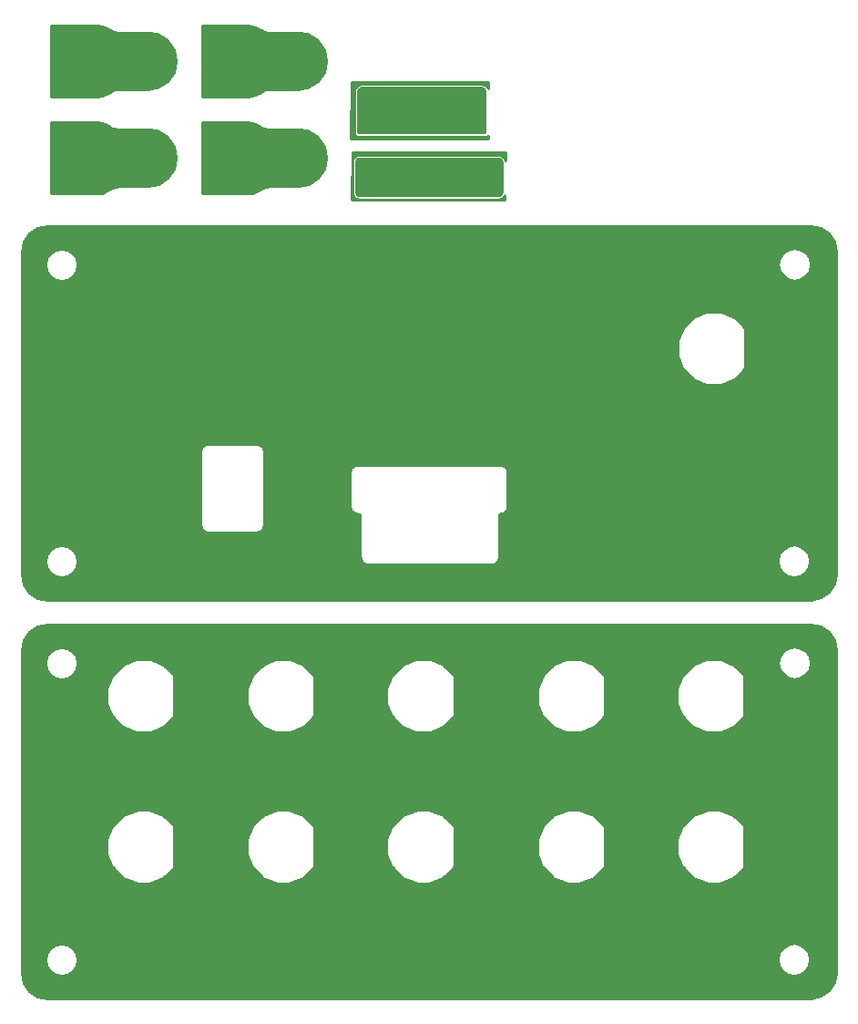
<source format=gbl>
%MOIN*%
%OFA0B0*%
%FSLAX46Y46*%
%IPPOS*%
%LPD*%
%ADD10C,0.005905511811023622*%
%ADD11C,0.031496062992125991*%
%ADD12C,0.01*%
%ADD23C,0.005905511811023622*%
%ADD24C,0.031496062992125991*%
%ADD25C,0.01*%
%ADD36C,0.005905511811023622*%
%ADD37C,0.21653543307086615*%
%ADD38C,0.01*%
%ADD49C,0.005905511811023622*%
%ADD50C,0.21653543307086615*%
%ADD51C,0.01*%
%ADD62C,0.005905511811023622*%
%ADD63C,0.21653543307086615*%
%ADD64C,0.01*%
%ADD75C,0.005905511811023622*%
%ADD76C,0.21653543307086615*%
%ADD77C,0.01*%
%ADD88C,0.005905511811023622*%
%ADD89C,0.01*%
%ADD100C,0.005905511811023622*%
%ADD101C,0.01*%
%LPD*%
G01G01G01G01G01G01G01G01*
D10*
D11*
X-0000039370Y0001417321D02*
X0002399606Y0000565748D03*
X0002419913Y0000641535D03*
X0002475393Y0000697015D03*
X0002551181Y0000717322D03*
X0002626968Y0000697015D03*
X0002682448Y0000641535D03*
X0002702755Y0000565748D03*
X0002682448Y0000489960D03*
X0002626968Y0000434480D03*
X0002551181Y0000414173D03*
X0002475393Y0000434480D03*
X0002419913Y0000489960D03*
X0001887795Y0000565748D03*
X0001908100Y0000641535D03*
X0001963582Y0000697015D03*
X0002039370Y0000717322D03*
X0002115157Y0000697015D03*
X0002170637Y0000641535D03*
X0002190944Y0000565748D03*
X0002170637Y0000489960D03*
X0002115157Y0000434480D03*
X0002039370Y0000414173D03*
X0001963582Y0000434480D03*
X0001908100Y0000489960D03*
X0002399606Y0001116929D03*
X0002419913Y0001192716D03*
X0002475393Y0001248196D03*
X0002551181Y0001268503D03*
X0002626968Y0001248196D03*
X0002682448Y0001192716D03*
X0002702755Y0001116929D03*
X0002682448Y0001041141D03*
X0002626968Y0000985661D03*
X0002551181Y0000965354D03*
X0002475393Y0000985661D03*
X0002419913Y0001041141D03*
X0001887795Y0001116929D03*
X0001908100Y0001192716D03*
X0001963582Y0001248196D03*
X0002039370Y0001268503D03*
X0002115157Y0001248196D03*
X0002170637Y0001192716D03*
X0002190944Y0001116929D03*
X0002170637Y0001041141D03*
X0002115157Y0000985661D03*
X0002039370Y0000965354D03*
X0001963582Y0000985661D03*
X0001908100Y0001041141D03*
X0001336613Y0000565748D03*
X0001356921Y0000641535D03*
X0001412401Y0000697015D03*
X0001488188Y0000717322D03*
X0001563976Y0000697015D03*
X0001619456Y0000641535D03*
X0001639763Y0000565748D03*
X0001619456Y0000489960D03*
X0001563976Y0000434480D03*
X0001488188Y0000414173D03*
X0001412401Y0000434480D03*
X0001356921Y0000489960D03*
X0000824803Y0000565748D03*
X0000845110Y0000641535D03*
X0000900590Y0000697015D03*
X0000976377Y0000717322D03*
X0001052165Y0000697015D03*
X0001107645Y0000641535D03*
X0001127952Y0000565748D03*
X0001107645Y0000489960D03*
X0001052165Y0000434480D03*
X0000976377Y0000414173D03*
X0000900590Y0000434480D03*
X0000845110Y0000489960D03*
X0000312992Y0000565748D03*
X0000333299Y0000641535D03*
X0000388779Y0000697015D03*
X0000464566Y0000717322D03*
X0000540354Y0000697015D03*
X0000595834Y0000641535D03*
X0000616141Y0000565748D03*
X0000595834Y0000489960D03*
X0000540354Y0000434480D03*
X0000464566Y0000414173D03*
X0000388779Y0000434480D03*
X0000333299Y0000489960D03*
X0001336613Y0001116929D03*
X0001356921Y0001192716D03*
X0001412401Y0001248196D03*
X0001488188Y0001268503D03*
X0001563976Y0001248196D03*
X0001619456Y0001192716D03*
X0001639763Y0001116929D03*
X0001619456Y0001041141D03*
X0001563976Y0000985661D03*
X0001488188Y0000965354D03*
X0001412401Y0000985661D03*
X0001356921Y0001041141D03*
X0000824803Y0001116929D03*
X0000845110Y0001192716D03*
X0000900590Y0001248196D03*
X0000976377Y0001268503D03*
X0001052165Y0001248196D03*
X0001107645Y0001192716D03*
X0001127952Y0001116929D03*
X0001107645Y0001041141D03*
X0001052165Y0000985661D03*
X0000976377Y0000965354D03*
X0000900590Y0000985661D03*
X0000845110Y0001041141D03*
X0000312992Y0001116929D03*
X0000333299Y0001192716D03*
X0000388779Y0001248196D03*
X0000464566Y0001268503D03*
X0000540354Y0001248196D03*
X0000595834Y0001192716D03*
X0000616141Y0001116929D03*
X0000595834Y0001041141D03*
X0000540354Y0000985661D03*
X0000464566Y0000965354D03*
X0000388779Y0000985661D03*
X0000333299Y0001041141D03*
D12*
G36*
X0002944072Y0001371708D02*
X0002974091Y0001351650D01*
X0002994149Y0001321630D01*
X0003001299Y0001285689D01*
X0003001299Y0000105255D01*
X0002994149Y0000069313D01*
X0002974091Y0000039294D01*
X0002944072Y0000019235D01*
X0002908129Y0000012086D01*
X0000113523Y0000011692D01*
X0000077581Y0000018842D01*
X0000047562Y0000038900D01*
X0000027503Y0000068920D01*
X0000020354Y0000104861D01*
X0000020354Y0000151968D01*
X0000106614Y0000151968D01*
X0000111115Y0000129338D01*
X0000123934Y0000110154D01*
X0000143118Y0000097335D01*
X0000165747Y0000092834D01*
X0000188377Y0000097335D01*
X0000207561Y0000110154D01*
X0000220380Y0000129338D01*
X0000224881Y0000151968D01*
X0000224568Y0000153543D01*
X0002786929Y0000153543D01*
X0002791430Y0000130913D01*
X0002804249Y0000111729D01*
X0002823433Y0000098910D01*
X0002846062Y0000094409D01*
X0002868692Y0000098910D01*
X0002887876Y0000111729D01*
X0002900695Y0000130913D01*
X0002905196Y0000153543D01*
X0002900695Y0000176172D01*
X0002887876Y0000195357D01*
X0002868692Y0000208175D01*
X0002846062Y0000212677D01*
X0002823433Y0000208175D01*
X0002804249Y0000195357D01*
X0002791430Y0000176172D01*
X0002786929Y0000153543D01*
X0000224568Y0000153543D01*
X0000220380Y0000174598D01*
X0000207561Y0000193782D01*
X0000188377Y0000206601D01*
X0000165747Y0000211102D01*
X0000143118Y0000206601D01*
X0000123934Y0000193782D01*
X0000111115Y0000174598D01*
X0000106614Y0000151968D01*
X0000020354Y0000151968D01*
X0000020354Y0000540983D01*
X0000331060Y0000540983D01*
X0000331661Y0000537939D01*
X0000331661Y0000537939D01*
X0000350699Y0000491778D01*
X0000350699Y0000491778D01*
X0000350929Y0000491432D01*
X0000352420Y0000489195D01*
X0000352420Y0000489195D01*
X0000387675Y0000453834D01*
X0000387675Y0000453833D01*
X0000388709Y0000453140D01*
X0000390252Y0000452106D01*
X0000390252Y0000452105D01*
X0000436355Y0000432927D01*
X0000436355Y0000432927D01*
X0000439398Y0000432317D01*
X0000489331Y0000432242D01*
X0000492375Y0000432842D01*
X0000492375Y0000432842D01*
X0000538536Y0000451881D01*
X0000538536Y0000451881D01*
X0000540087Y0000452914D01*
X0000541119Y0000453601D01*
X0000541119Y0000453601D01*
X0000576481Y0000488856D01*
X0000576484Y0000488861D01*
X0000576489Y0000488864D01*
X0000577352Y0000490156D01*
X0000578208Y0000491432D01*
X0000578210Y0000491439D01*
X0000578213Y0000491444D01*
X0000578511Y0000492939D01*
X0000578818Y0000494476D01*
X0000578817Y0000494482D01*
X0000578818Y0000494488D01*
X0000578818Y0000540983D01*
X0000842871Y0000540983D01*
X0000843472Y0000537939D01*
X0000843472Y0000537939D01*
X0000862511Y0000491778D01*
X0000862511Y0000491778D01*
X0000862740Y0000491432D01*
X0000864231Y0000489195D01*
X0000864231Y0000489195D01*
X0000899486Y0000453834D01*
X0000899486Y0000453833D01*
X0000900520Y0000453140D01*
X0000902063Y0000452106D01*
X0000902063Y0000452105D01*
X0000948166Y0000432927D01*
X0000948166Y0000432927D01*
X0000951209Y0000432317D01*
X0001001142Y0000432242D01*
X0001004186Y0000432842D01*
X0001004186Y0000432842D01*
X0001050347Y0000451881D01*
X0001050347Y0000451881D01*
X0001051898Y0000452914D01*
X0001052930Y0000453601D01*
X0001052930Y0000453601D01*
X0001088292Y0000488856D01*
X0001088295Y0000488861D01*
X0001088300Y0000488864D01*
X0001089163Y0000490156D01*
X0001090019Y0000491432D01*
X0001090021Y0000491439D01*
X0001090024Y0000491444D01*
X0001090322Y0000492939D01*
X0001090629Y0000494476D01*
X0001090628Y0000494482D01*
X0001090629Y0000494488D01*
X0001090629Y0000540983D01*
X0001354682Y0000540983D01*
X0001355283Y0000537939D01*
X0001355283Y0000537939D01*
X0001374322Y0000491778D01*
X0001374322Y0000491778D01*
X0001374551Y0000491432D01*
X0001376042Y0000489195D01*
X0001376042Y0000489195D01*
X0001411297Y0000453834D01*
X0001411297Y0000453833D01*
X0001412331Y0000453140D01*
X0001413874Y0000452106D01*
X0001413874Y0000452105D01*
X0001459977Y0000432927D01*
X0001459977Y0000432927D01*
X0001463020Y0000432317D01*
X0001512953Y0000432242D01*
X0001515997Y0000432842D01*
X0001515997Y0000432842D01*
X0001562158Y0000451881D01*
X0001562158Y0000451881D01*
X0001563709Y0000452914D01*
X0001564739Y0000453601D01*
X0001564739Y0000453601D01*
X0001600103Y0000488856D01*
X0001600106Y0000488861D01*
X0001600111Y0000488864D01*
X0001600974Y0000490156D01*
X0001601830Y0000491432D01*
X0001601832Y0000491439D01*
X0001601835Y0000491444D01*
X0001602133Y0000492939D01*
X0001602440Y0000494476D01*
X0001602439Y0000494482D01*
X0001602440Y0000494488D01*
X0001602440Y0000540983D01*
X0001905864Y0000540983D01*
X0001906464Y0000537939D01*
X0001906464Y0000537939D01*
X0001925503Y0000491778D01*
X0001925503Y0000491778D01*
X0001925732Y0000491432D01*
X0001927223Y0000489195D01*
X0001927223Y0000489195D01*
X0001962478Y0000453834D01*
X0001962478Y0000453833D01*
X0001963512Y0000453140D01*
X0001965055Y0000452106D01*
X0001965055Y0000452105D01*
X0002011158Y0000432927D01*
X0002011159Y0000432927D01*
X0002014201Y0000432317D01*
X0002064134Y0000432242D01*
X0002067178Y0000432842D01*
X0002067178Y0000432842D01*
X0002113339Y0000451881D01*
X0002113340Y0000451881D01*
X0002114890Y0000452914D01*
X0002115922Y0000453601D01*
X0002115922Y0000453601D01*
X0002151284Y0000488856D01*
X0002151287Y0000488861D01*
X0002151292Y0000488864D01*
X0002152155Y0000490156D01*
X0002153012Y0000491432D01*
X0002153013Y0000491439D01*
X0002153016Y0000491444D01*
X0002153314Y0000492939D01*
X0002153622Y0000494476D01*
X0002153620Y0000494482D01*
X0002153622Y0000494488D01*
X0002153622Y0000540983D01*
X0002417675Y0000540983D01*
X0002418275Y0000537939D01*
X0002418275Y0000537939D01*
X0002437314Y0000491778D01*
X0002437314Y0000491778D01*
X0002437544Y0000491432D01*
X0002439034Y0000489195D01*
X0002439034Y0000489195D01*
X0002474289Y0000453834D01*
X0002474289Y0000453833D01*
X0002475323Y0000453140D01*
X0002476866Y0000452106D01*
X0002476866Y0000452105D01*
X0002522969Y0000432927D01*
X0002522970Y0000432927D01*
X0002526012Y0000432317D01*
X0002575945Y0000432242D01*
X0002578989Y0000432842D01*
X0002578989Y0000432842D01*
X0002625150Y0000451881D01*
X0002625151Y0000451881D01*
X0002626701Y0000452914D01*
X0002627733Y0000453601D01*
X0002627733Y0000453601D01*
X0002663095Y0000488856D01*
X0002663098Y0000488861D01*
X0002663103Y0000488864D01*
X0002663966Y0000490156D01*
X0002664823Y0000491432D01*
X0002664823Y0000491439D01*
X0002664827Y0000491444D01*
X0002665125Y0000492939D01*
X0002665433Y0000494476D01*
X0002665431Y0000494482D01*
X0002665433Y0000494488D01*
X0002665433Y0000637007D01*
X0002665433Y0000637007D01*
X0002664827Y0000640051D01*
X0002663103Y0000642631D01*
X0002628063Y0000677670D01*
X0002626769Y0000678535D01*
X0002625495Y0000679390D01*
X0002625484Y0000679394D01*
X0002625484Y0000679394D01*
X0002625484Y0000679394D01*
X0002579392Y0000698568D01*
X0002579392Y0000698568D01*
X0002579392Y0000698568D01*
X0002576959Y0000699056D01*
X0002576349Y0000699178D01*
X0002576349Y0000699178D01*
X0002526416Y0000699254D01*
X0002523372Y0000698653D01*
X0002477211Y0000679614D01*
X0002477211Y0000679614D01*
X0002474628Y0000677894D01*
X0002439266Y0000642639D01*
X0002437539Y0000640062D01*
X0002437539Y0000640062D01*
X0002418360Y0000593959D01*
X0002418360Y0000593959D01*
X0002417750Y0000590916D01*
X0002417675Y0000540983D01*
X0002153622Y0000540983D01*
X0002153622Y0000637007D01*
X0002153622Y0000637007D01*
X0002153016Y0000640051D01*
X0002151292Y0000642631D01*
X0002116253Y0000677670D01*
X0002114958Y0000678535D01*
X0002113684Y0000679390D01*
X0002113673Y0000679394D01*
X0002113673Y0000679394D01*
X0002113673Y0000679394D01*
X0002067581Y0000698568D01*
X0002067581Y0000698568D01*
X0002067581Y0000698568D01*
X0002065148Y0000699056D01*
X0002064538Y0000699178D01*
X0002064538Y0000699178D01*
X0002014605Y0000699254D01*
X0002011561Y0000698653D01*
X0001965400Y0000679614D01*
X0001965400Y0000679614D01*
X0001962817Y0000677894D01*
X0001927455Y0000642639D01*
X0001925728Y0000640062D01*
X0001925728Y0000640062D01*
X0001906549Y0000593959D01*
X0001906549Y0000593959D01*
X0001905939Y0000590916D01*
X0001905864Y0000540983D01*
X0001602440Y0000540983D01*
X0001602440Y0000637007D01*
X0001602440Y0000637007D01*
X0001601835Y0000640051D01*
X0001600111Y0000642631D01*
X0001565072Y0000677670D01*
X0001563777Y0000678535D01*
X0001562503Y0000679390D01*
X0001562492Y0000679394D01*
X0001562492Y0000679394D01*
X0001562492Y0000679394D01*
X0001516400Y0000698568D01*
X0001516400Y0000698568D01*
X0001516400Y0000698568D01*
X0001513967Y0000699056D01*
X0001513356Y0000699178D01*
X0001513356Y0000699178D01*
X0001463424Y0000699254D01*
X0001460380Y0000698653D01*
X0001414219Y0000679614D01*
X0001414218Y0000679614D01*
X0001411636Y0000677894D01*
X0001376274Y0000642639D01*
X0001374546Y0000640062D01*
X0001374546Y0000640062D01*
X0001355368Y0000593959D01*
X0001355368Y0000593959D01*
X0001354758Y0000590916D01*
X0001354682Y0000540983D01*
X0001090629Y0000540983D01*
X0001090629Y0000637007D01*
X0001090629Y0000637007D01*
X0001090024Y0000640051D01*
X0001088300Y0000642631D01*
X0001053261Y0000677670D01*
X0001051966Y0000678535D01*
X0001050692Y0000679390D01*
X0001050681Y0000679394D01*
X0001050681Y0000679394D01*
X0001050681Y0000679394D01*
X0001004589Y0000698568D01*
X0001004589Y0000698568D01*
X0001004589Y0000698568D01*
X0001002156Y0000699056D01*
X0001001546Y0000699178D01*
X0001001546Y0000699178D01*
X0000951613Y0000699254D01*
X0000948569Y0000698653D01*
X0000902408Y0000679614D01*
X0000902407Y0000679614D01*
X0000899825Y0000677894D01*
X0000864462Y0000642639D01*
X0000862735Y0000640062D01*
X0000862735Y0000640062D01*
X0000843557Y0000593959D01*
X0000843557Y0000593959D01*
X0000842947Y0000590916D01*
X0000842871Y0000540983D01*
X0000578818Y0000540983D01*
X0000578818Y0000637007D01*
X0000578818Y0000637007D01*
X0000578213Y0000640051D01*
X0000576489Y0000642631D01*
X0000541450Y0000677670D01*
X0000540155Y0000678535D01*
X0000538881Y0000679390D01*
X0000538870Y0000679394D01*
X0000538870Y0000679394D01*
X0000538870Y0000679394D01*
X0000492778Y0000698568D01*
X0000492778Y0000698568D01*
X0000492777Y0000698568D01*
X0000490345Y0000699056D01*
X0000489735Y0000699178D01*
X0000489735Y0000699178D01*
X0000439801Y0000699254D01*
X0000436758Y0000698653D01*
X0000390597Y0000679614D01*
X0000390596Y0000679614D01*
X0000388014Y0000677894D01*
X0000352652Y0000642639D01*
X0000350923Y0000640062D01*
X0000350923Y0000640062D01*
X0000331745Y0000593959D01*
X0000331745Y0000593959D01*
X0000331136Y0000590916D01*
X0000331060Y0000540983D01*
X0000020354Y0000540983D01*
X0000020354Y0001092164D01*
X0000331060Y0001092164D01*
X0000331661Y0001089120D01*
X0000331661Y0001089120D01*
X0000350699Y0001042959D01*
X0000350699Y0001042959D01*
X0000350929Y0001042613D01*
X0000352420Y0001040376D01*
X0000352420Y0001040376D01*
X0000387675Y0001005015D01*
X0000387675Y0001005015D01*
X0000388709Y0001004321D01*
X0000390252Y0001003287D01*
X0000390252Y0001003287D01*
X0000436355Y0000984108D01*
X0000436355Y0000984108D01*
X0000439398Y0000983498D01*
X0000489331Y0000983423D01*
X0000492375Y0000984023D01*
X0000492375Y0000984023D01*
X0000538536Y0001003061D01*
X0000538536Y0001003061D01*
X0000540087Y0001004095D01*
X0000541119Y0001004782D01*
X0000541119Y0001004782D01*
X0000576481Y0001040037D01*
X0000576484Y0001040041D01*
X0000576489Y0001040045D01*
X0000577352Y0001041337D01*
X0000578208Y0001042613D01*
X0000578210Y0001042620D01*
X0000578213Y0001042624D01*
X0000578511Y0001044121D01*
X0000578818Y0001045657D01*
X0000578817Y0001045663D01*
X0000578818Y0001045669D01*
X0000578818Y0001092164D01*
X0000842871Y0001092164D01*
X0000843472Y0001089120D01*
X0000843472Y0001089120D01*
X0000862511Y0001042959D01*
X0000862511Y0001042959D01*
X0000862740Y0001042613D01*
X0000864231Y0001040376D01*
X0000864231Y0001040376D01*
X0000899486Y0001005015D01*
X0000899486Y0001005015D01*
X0000900520Y0001004321D01*
X0000902063Y0001003287D01*
X0000902063Y0001003287D01*
X0000948166Y0000984108D01*
X0000948166Y0000984108D01*
X0000951209Y0000983498D01*
X0001001142Y0000983423D01*
X0001004186Y0000984023D01*
X0001004186Y0000984023D01*
X0001050347Y0001003061D01*
X0001050347Y0001003061D01*
X0001051898Y0001004095D01*
X0001052930Y0001004782D01*
X0001052930Y0001004782D01*
X0001088292Y0001040037D01*
X0001088295Y0001040041D01*
X0001088300Y0001040045D01*
X0001089163Y0001041337D01*
X0001090019Y0001042613D01*
X0001090021Y0001042620D01*
X0001090024Y0001042624D01*
X0001090322Y0001044121D01*
X0001090629Y0001045657D01*
X0001090628Y0001045663D01*
X0001090629Y0001045669D01*
X0001090629Y0001092164D01*
X0001354682Y0001092164D01*
X0001355283Y0001089120D01*
X0001355283Y0001089120D01*
X0001374322Y0001042959D01*
X0001374322Y0001042959D01*
X0001374551Y0001042613D01*
X0001376042Y0001040376D01*
X0001376042Y0001040376D01*
X0001411297Y0001005015D01*
X0001411297Y0001005015D01*
X0001412331Y0001004321D01*
X0001413874Y0001003287D01*
X0001413874Y0001003287D01*
X0001459977Y0000984108D01*
X0001459977Y0000984108D01*
X0001463020Y0000983498D01*
X0001512953Y0000983423D01*
X0001515997Y0000984023D01*
X0001515997Y0000984023D01*
X0001562158Y0001003061D01*
X0001562158Y0001003061D01*
X0001563709Y0001004095D01*
X0001564739Y0001004782D01*
X0001564739Y0001004782D01*
X0001600103Y0001040037D01*
X0001600106Y0001040041D01*
X0001600111Y0001040045D01*
X0001600974Y0001041337D01*
X0001601830Y0001042613D01*
X0001601832Y0001042620D01*
X0001601835Y0001042624D01*
X0001602133Y0001044121D01*
X0001602440Y0001045657D01*
X0001602439Y0001045663D01*
X0001602440Y0001045669D01*
X0001602440Y0001092164D01*
X0001905864Y0001092164D01*
X0001906464Y0001089120D01*
X0001906464Y0001089120D01*
X0001925503Y0001042959D01*
X0001925503Y0001042959D01*
X0001925732Y0001042613D01*
X0001927223Y0001040376D01*
X0001927223Y0001040376D01*
X0001962478Y0001005015D01*
X0001962478Y0001005015D01*
X0001963512Y0001004321D01*
X0001965055Y0001003287D01*
X0001965055Y0001003287D01*
X0002011158Y0000984108D01*
X0002011159Y0000984108D01*
X0002014201Y0000983498D01*
X0002064134Y0000983423D01*
X0002067178Y0000984023D01*
X0002067178Y0000984023D01*
X0002113339Y0001003061D01*
X0002113340Y0001003061D01*
X0002114890Y0001004095D01*
X0002115922Y0001004782D01*
X0002115922Y0001004782D01*
X0002151284Y0001040037D01*
X0002151287Y0001040041D01*
X0002151292Y0001040045D01*
X0002152155Y0001041337D01*
X0002153012Y0001042613D01*
X0002153013Y0001042620D01*
X0002153016Y0001042624D01*
X0002153314Y0001044121D01*
X0002153622Y0001045657D01*
X0002153620Y0001045663D01*
X0002153622Y0001045669D01*
X0002153622Y0001092164D01*
X0002417675Y0001092164D01*
X0002418275Y0001089120D01*
X0002418275Y0001089120D01*
X0002437314Y0001042959D01*
X0002437314Y0001042959D01*
X0002437544Y0001042613D01*
X0002439034Y0001040376D01*
X0002439034Y0001040376D01*
X0002474289Y0001005015D01*
X0002474289Y0001005015D01*
X0002475323Y0001004321D01*
X0002476866Y0001003287D01*
X0002476866Y0001003287D01*
X0002522969Y0000984108D01*
X0002522970Y0000984108D01*
X0002526012Y0000983498D01*
X0002575945Y0000983423D01*
X0002578989Y0000984023D01*
X0002578989Y0000984023D01*
X0002625150Y0001003061D01*
X0002625151Y0001003061D01*
X0002626701Y0001004095D01*
X0002627733Y0001004782D01*
X0002627733Y0001004782D01*
X0002663095Y0001040037D01*
X0002663098Y0001040041D01*
X0002663103Y0001040045D01*
X0002663966Y0001041337D01*
X0002664823Y0001042613D01*
X0002664823Y0001042620D01*
X0002664827Y0001042624D01*
X0002665125Y0001044121D01*
X0002665433Y0001045657D01*
X0002665431Y0001045663D01*
X0002665433Y0001045669D01*
X0002665433Y0001188188D01*
X0002665433Y0001188188D01*
X0002664827Y0001191232D01*
X0002663103Y0001193812D01*
X0002628063Y0001228851D01*
X0002626769Y0001229716D01*
X0002625495Y0001230571D01*
X0002625484Y0001230575D01*
X0002625484Y0001230575D01*
X0002625484Y0001230575D01*
X0002608129Y0001237795D01*
X0002788503Y0001237795D01*
X0002793005Y0001215165D01*
X0002805823Y0001195981D01*
X0002825008Y0001183162D01*
X0002847637Y0001178661D01*
X0002870267Y0001183162D01*
X0002889451Y0001195981D01*
X0002902270Y0001215165D01*
X0002906771Y0001237795D01*
X0002902270Y0001260424D01*
X0002889451Y0001279609D01*
X0002870267Y0001292427D01*
X0002847637Y0001296929D01*
X0002825008Y0001292427D01*
X0002805823Y0001279609D01*
X0002793005Y0001260424D01*
X0002788503Y0001237795D01*
X0002608129Y0001237795D01*
X0002579392Y0001249749D01*
X0002579392Y0001249749D01*
X0002579392Y0001249749D01*
X0002576959Y0001250237D01*
X0002576349Y0001250359D01*
X0002576349Y0001250359D01*
X0002526416Y0001250435D01*
X0002523372Y0001249834D01*
X0002477211Y0001230795D01*
X0002477211Y0001230795D01*
X0002474628Y0001229075D01*
X0002439266Y0001193820D01*
X0002437539Y0001191243D01*
X0002437539Y0001191243D01*
X0002418360Y0001145140D01*
X0002418360Y0001145140D01*
X0002417750Y0001142097D01*
X0002417675Y0001092164D01*
X0002153622Y0001092164D01*
X0002153622Y0001188188D01*
X0002153622Y0001188188D01*
X0002153016Y0001191232D01*
X0002151292Y0001193812D01*
X0002116253Y0001228851D01*
X0002114958Y0001229716D01*
X0002113684Y0001230571D01*
X0002113673Y0001230575D01*
X0002113673Y0001230575D01*
X0002113673Y0001230575D01*
X0002067581Y0001249749D01*
X0002067581Y0001249749D01*
X0002067581Y0001249749D01*
X0002065148Y0001250237D01*
X0002064538Y0001250359D01*
X0002064538Y0001250359D01*
X0002014605Y0001250435D01*
X0002011561Y0001249834D01*
X0001965400Y0001230795D01*
X0001965400Y0001230795D01*
X0001962817Y0001229075D01*
X0001927455Y0001193820D01*
X0001925728Y0001191243D01*
X0001925728Y0001191243D01*
X0001906549Y0001145140D01*
X0001906549Y0001145140D01*
X0001905939Y0001142097D01*
X0001905864Y0001092164D01*
X0001602440Y0001092164D01*
X0001602440Y0001188188D01*
X0001602440Y0001188188D01*
X0001601835Y0001191232D01*
X0001600111Y0001193812D01*
X0001565072Y0001228851D01*
X0001563777Y0001229716D01*
X0001562503Y0001230571D01*
X0001562492Y0001230575D01*
X0001562492Y0001230575D01*
X0001562492Y0001230575D01*
X0001516400Y0001249749D01*
X0001516400Y0001249749D01*
X0001516400Y0001249749D01*
X0001513967Y0001250237D01*
X0001513356Y0001250359D01*
X0001513356Y0001250359D01*
X0001463424Y0001250435D01*
X0001460380Y0001249834D01*
X0001414219Y0001230795D01*
X0001414218Y0001230795D01*
X0001411636Y0001229075D01*
X0001376274Y0001193820D01*
X0001374546Y0001191243D01*
X0001374546Y0001191243D01*
X0001355368Y0001145140D01*
X0001355368Y0001145140D01*
X0001354758Y0001142097D01*
X0001354682Y0001092164D01*
X0001090629Y0001092164D01*
X0001090629Y0001188188D01*
X0001090629Y0001188188D01*
X0001090024Y0001191232D01*
X0001088300Y0001193812D01*
X0001053261Y0001228851D01*
X0001051966Y0001229716D01*
X0001050692Y0001230571D01*
X0001050681Y0001230575D01*
X0001050681Y0001230575D01*
X0001050681Y0001230575D01*
X0001004589Y0001249749D01*
X0001004589Y0001249749D01*
X0001004589Y0001249749D01*
X0001002156Y0001250237D01*
X0001001546Y0001250359D01*
X0001001546Y0001250359D01*
X0000951613Y0001250435D01*
X0000948569Y0001249834D01*
X0000902408Y0001230795D01*
X0000902407Y0001230795D01*
X0000899825Y0001229075D01*
X0000864462Y0001193820D01*
X0000862735Y0001191243D01*
X0000862735Y0001191243D01*
X0000843557Y0001145140D01*
X0000843557Y0001145140D01*
X0000842947Y0001142097D01*
X0000842871Y0001092164D01*
X0000578818Y0001092164D01*
X0000578818Y0001188188D01*
X0000578818Y0001188188D01*
X0000578213Y0001191232D01*
X0000576489Y0001193812D01*
X0000541450Y0001228851D01*
X0000540155Y0001229716D01*
X0000538881Y0001230571D01*
X0000538870Y0001230575D01*
X0000538870Y0001230575D01*
X0000538870Y0001230575D01*
X0000492778Y0001249749D01*
X0000492778Y0001249749D01*
X0000492777Y0001249749D01*
X0000490345Y0001250237D01*
X0000489735Y0001250359D01*
X0000489735Y0001250359D01*
X0000439801Y0001250435D01*
X0000436758Y0001249834D01*
X0000390597Y0001230795D01*
X0000390596Y0001230795D01*
X0000388014Y0001229075D01*
X0000352652Y0001193820D01*
X0000350923Y0001191243D01*
X0000350923Y0001191243D01*
X0000331745Y0001145140D01*
X0000331745Y0001145140D01*
X0000331136Y0001142097D01*
X0000331060Y0001092164D01*
X0000020354Y0001092164D01*
X0000020354Y0001236614D01*
X0000107007Y0001236614D01*
X0000111509Y0001213984D01*
X0000124327Y0001194800D01*
X0000143512Y0001181981D01*
X0000166141Y0001177480D01*
X0000188771Y0001181981D01*
X0000207955Y0001194800D01*
X0000220774Y0001213984D01*
X0000225275Y0001236614D01*
X0000220774Y0001259243D01*
X0000207955Y0001278428D01*
X0000188771Y0001291246D01*
X0000166141Y0001295748D01*
X0000143512Y0001291246D01*
X0000124327Y0001278428D01*
X0000111509Y0001259243D01*
X0000107007Y0001236614D01*
X0000020354Y0001236614D01*
X0000020354Y0001285689D01*
X0000027503Y0001321630D01*
X0000047562Y0001351650D01*
X0000077581Y0001371708D01*
X0000113523Y0001378858D01*
X0002908130Y0001378858D01*
X0002944072Y0001371708D01*
X0002944072Y0001371708D01*
G37*
X0002944072Y0001371708D02*
X0002974091Y0001351650D01*
X0002994149Y0001321630D01*
X0003001299Y0001285689D01*
X0003001299Y0000105255D01*
X0002994149Y0000069313D01*
X0002974091Y0000039294D01*
X0002944072Y0000019235D01*
X0002908129Y0000012086D01*
X0000113523Y0000011692D01*
X0000077581Y0000018842D01*
X0000047562Y0000038900D01*
X0000027503Y0000068920D01*
X0000020354Y0000104861D01*
X0000020354Y0000151968D01*
X0000106614Y0000151968D01*
X0000111115Y0000129338D01*
X0000123934Y0000110154D01*
X0000143118Y0000097335D01*
X0000165747Y0000092834D01*
X0000188377Y0000097335D01*
X0000207561Y0000110154D01*
X0000220380Y0000129338D01*
X0000224881Y0000151968D01*
X0000224568Y0000153543D01*
X0002786929Y0000153543D01*
X0002791430Y0000130913D01*
X0002804249Y0000111729D01*
X0002823433Y0000098910D01*
X0002846062Y0000094409D01*
X0002868692Y0000098910D01*
X0002887876Y0000111729D01*
X0002900695Y0000130913D01*
X0002905196Y0000153543D01*
X0002900695Y0000176172D01*
X0002887876Y0000195357D01*
X0002868692Y0000208175D01*
X0002846062Y0000212677D01*
X0002823433Y0000208175D01*
X0002804249Y0000195357D01*
X0002791430Y0000176172D01*
X0002786929Y0000153543D01*
X0000224568Y0000153543D01*
X0000220380Y0000174598D01*
X0000207561Y0000193782D01*
X0000188377Y0000206601D01*
X0000165747Y0000211102D01*
X0000143118Y0000206601D01*
X0000123934Y0000193782D01*
X0000111115Y0000174598D01*
X0000106614Y0000151968D01*
X0000020354Y0000151968D01*
X0000020354Y0000540983D01*
X0000331060Y0000540983D01*
X0000331661Y0000537939D01*
X0000331661Y0000537939D01*
X0000350699Y0000491778D01*
X0000350699Y0000491778D01*
X0000350929Y0000491432D01*
X0000352420Y0000489195D01*
X0000352420Y0000489195D01*
X0000387675Y0000453834D01*
X0000387675Y0000453833D01*
X0000388709Y0000453140D01*
X0000390252Y0000452106D01*
X0000390252Y0000452105D01*
X0000436355Y0000432927D01*
X0000436355Y0000432927D01*
X0000439398Y0000432317D01*
X0000489331Y0000432242D01*
X0000492375Y0000432842D01*
X0000492375Y0000432842D01*
X0000538536Y0000451881D01*
X0000538536Y0000451881D01*
X0000540087Y0000452914D01*
X0000541119Y0000453601D01*
X0000541119Y0000453601D01*
X0000576481Y0000488856D01*
X0000576484Y0000488861D01*
X0000576489Y0000488864D01*
X0000577352Y0000490156D01*
X0000578208Y0000491432D01*
X0000578210Y0000491439D01*
X0000578213Y0000491444D01*
X0000578511Y0000492939D01*
X0000578818Y0000494476D01*
X0000578817Y0000494482D01*
X0000578818Y0000494488D01*
X0000578818Y0000540983D01*
X0000842871Y0000540983D01*
X0000843472Y0000537939D01*
X0000843472Y0000537939D01*
X0000862511Y0000491778D01*
X0000862511Y0000491778D01*
X0000862740Y0000491432D01*
X0000864231Y0000489195D01*
X0000864231Y0000489195D01*
X0000899486Y0000453834D01*
X0000899486Y0000453833D01*
X0000900520Y0000453140D01*
X0000902063Y0000452106D01*
X0000902063Y0000452105D01*
X0000948166Y0000432927D01*
X0000948166Y0000432927D01*
X0000951209Y0000432317D01*
X0001001142Y0000432242D01*
X0001004186Y0000432842D01*
X0001004186Y0000432842D01*
X0001050347Y0000451881D01*
X0001050347Y0000451881D01*
X0001051898Y0000452914D01*
X0001052930Y0000453601D01*
X0001052930Y0000453601D01*
X0001088292Y0000488856D01*
X0001088295Y0000488861D01*
X0001088300Y0000488864D01*
X0001089163Y0000490156D01*
X0001090019Y0000491432D01*
X0001090021Y0000491439D01*
X0001090024Y0000491444D01*
X0001090322Y0000492939D01*
X0001090629Y0000494476D01*
X0001090628Y0000494482D01*
X0001090629Y0000494488D01*
X0001090629Y0000540983D01*
X0001354682Y0000540983D01*
X0001355283Y0000537939D01*
X0001355283Y0000537939D01*
X0001374322Y0000491778D01*
X0001374322Y0000491778D01*
X0001374551Y0000491432D01*
X0001376042Y0000489195D01*
X0001376042Y0000489195D01*
X0001411297Y0000453834D01*
X0001411297Y0000453833D01*
X0001412331Y0000453140D01*
X0001413874Y0000452106D01*
X0001413874Y0000452105D01*
X0001459977Y0000432927D01*
X0001459977Y0000432927D01*
X0001463020Y0000432317D01*
X0001512953Y0000432242D01*
X0001515997Y0000432842D01*
X0001515997Y0000432842D01*
X0001562158Y0000451881D01*
X0001562158Y0000451881D01*
X0001563709Y0000452914D01*
X0001564739Y0000453601D01*
X0001564739Y0000453601D01*
X0001600103Y0000488856D01*
X0001600106Y0000488861D01*
X0001600111Y0000488864D01*
X0001600974Y0000490156D01*
X0001601830Y0000491432D01*
X0001601832Y0000491439D01*
X0001601835Y0000491444D01*
X0001602133Y0000492939D01*
X0001602440Y0000494476D01*
X0001602439Y0000494482D01*
X0001602440Y0000494488D01*
X0001602440Y0000540983D01*
X0001905864Y0000540983D01*
X0001906464Y0000537939D01*
X0001906464Y0000537939D01*
X0001925503Y0000491778D01*
X0001925503Y0000491778D01*
X0001925732Y0000491432D01*
X0001927223Y0000489195D01*
X0001927223Y0000489195D01*
X0001962478Y0000453834D01*
X0001962478Y0000453833D01*
X0001963512Y0000453140D01*
X0001965055Y0000452106D01*
X0001965055Y0000452105D01*
X0002011158Y0000432927D01*
X0002011159Y0000432927D01*
X0002014201Y0000432317D01*
X0002064134Y0000432242D01*
X0002067178Y0000432842D01*
X0002067178Y0000432842D01*
X0002113339Y0000451881D01*
X0002113340Y0000451881D01*
X0002114890Y0000452914D01*
X0002115922Y0000453601D01*
X0002115922Y0000453601D01*
X0002151284Y0000488856D01*
X0002151287Y0000488861D01*
X0002151292Y0000488864D01*
X0002152155Y0000490156D01*
X0002153012Y0000491432D01*
X0002153013Y0000491439D01*
X0002153016Y0000491444D01*
X0002153314Y0000492939D01*
X0002153622Y0000494476D01*
X0002153620Y0000494482D01*
X0002153622Y0000494488D01*
X0002153622Y0000540983D01*
X0002417675Y0000540983D01*
X0002418275Y0000537939D01*
X0002418275Y0000537939D01*
X0002437314Y0000491778D01*
X0002437314Y0000491778D01*
X0002437544Y0000491432D01*
X0002439034Y0000489195D01*
X0002439034Y0000489195D01*
X0002474289Y0000453834D01*
X0002474289Y0000453833D01*
X0002475323Y0000453140D01*
X0002476866Y0000452106D01*
X0002476866Y0000452105D01*
X0002522969Y0000432927D01*
X0002522970Y0000432927D01*
X0002526012Y0000432317D01*
X0002575945Y0000432242D01*
X0002578989Y0000432842D01*
X0002578989Y0000432842D01*
X0002625150Y0000451881D01*
X0002625151Y0000451881D01*
X0002626701Y0000452914D01*
X0002627733Y0000453601D01*
X0002627733Y0000453601D01*
X0002663095Y0000488856D01*
X0002663098Y0000488861D01*
X0002663103Y0000488864D01*
X0002663966Y0000490156D01*
X0002664823Y0000491432D01*
X0002664823Y0000491439D01*
X0002664827Y0000491444D01*
X0002665125Y0000492939D01*
X0002665433Y0000494476D01*
X0002665431Y0000494482D01*
X0002665433Y0000494488D01*
X0002665433Y0000637007D01*
X0002665433Y0000637007D01*
X0002664827Y0000640051D01*
X0002663103Y0000642631D01*
X0002628063Y0000677670D01*
X0002626769Y0000678535D01*
X0002625495Y0000679390D01*
X0002625484Y0000679394D01*
X0002625484Y0000679394D01*
X0002625484Y0000679394D01*
X0002579392Y0000698568D01*
X0002579392Y0000698568D01*
X0002579392Y0000698568D01*
X0002576959Y0000699056D01*
X0002576349Y0000699178D01*
X0002576349Y0000699178D01*
X0002526416Y0000699254D01*
X0002523372Y0000698653D01*
X0002477211Y0000679614D01*
X0002477211Y0000679614D01*
X0002474628Y0000677894D01*
X0002439266Y0000642639D01*
X0002437539Y0000640062D01*
X0002437539Y0000640062D01*
X0002418360Y0000593959D01*
X0002418360Y0000593959D01*
X0002417750Y0000590916D01*
X0002417675Y0000540983D01*
X0002153622Y0000540983D01*
X0002153622Y0000637007D01*
X0002153622Y0000637007D01*
X0002153016Y0000640051D01*
X0002151292Y0000642631D01*
X0002116253Y0000677670D01*
X0002114958Y0000678535D01*
X0002113684Y0000679390D01*
X0002113673Y0000679394D01*
X0002113673Y0000679394D01*
X0002113673Y0000679394D01*
X0002067581Y0000698568D01*
X0002067581Y0000698568D01*
X0002067581Y0000698568D01*
X0002065148Y0000699056D01*
X0002064538Y0000699178D01*
X0002064538Y0000699178D01*
X0002014605Y0000699254D01*
X0002011561Y0000698653D01*
X0001965400Y0000679614D01*
X0001965400Y0000679614D01*
X0001962817Y0000677894D01*
X0001927455Y0000642639D01*
X0001925728Y0000640062D01*
X0001925728Y0000640062D01*
X0001906549Y0000593959D01*
X0001906549Y0000593959D01*
X0001905939Y0000590916D01*
X0001905864Y0000540983D01*
X0001602440Y0000540983D01*
X0001602440Y0000637007D01*
X0001602440Y0000637007D01*
X0001601835Y0000640051D01*
X0001600111Y0000642631D01*
X0001565072Y0000677670D01*
X0001563777Y0000678535D01*
X0001562503Y0000679390D01*
X0001562492Y0000679394D01*
X0001562492Y0000679394D01*
X0001562492Y0000679394D01*
X0001516400Y0000698568D01*
X0001516400Y0000698568D01*
X0001516400Y0000698568D01*
X0001513967Y0000699056D01*
X0001513356Y0000699178D01*
X0001513356Y0000699178D01*
X0001463424Y0000699254D01*
X0001460380Y0000698653D01*
X0001414219Y0000679614D01*
X0001414218Y0000679614D01*
X0001411636Y0000677894D01*
X0001376274Y0000642639D01*
X0001374546Y0000640062D01*
X0001374546Y0000640062D01*
X0001355368Y0000593959D01*
X0001355368Y0000593959D01*
X0001354758Y0000590916D01*
X0001354682Y0000540983D01*
X0001090629Y0000540983D01*
X0001090629Y0000637007D01*
X0001090629Y0000637007D01*
X0001090024Y0000640051D01*
X0001088300Y0000642631D01*
X0001053261Y0000677670D01*
X0001051966Y0000678535D01*
X0001050692Y0000679390D01*
X0001050681Y0000679394D01*
X0001050681Y0000679394D01*
X0001050681Y0000679394D01*
X0001004589Y0000698568D01*
X0001004589Y0000698568D01*
X0001004589Y0000698568D01*
X0001002156Y0000699056D01*
X0001001546Y0000699178D01*
X0001001546Y0000699178D01*
X0000951613Y0000699254D01*
X0000948569Y0000698653D01*
X0000902408Y0000679614D01*
X0000902407Y0000679614D01*
X0000899825Y0000677894D01*
X0000864462Y0000642639D01*
X0000862735Y0000640062D01*
X0000862735Y0000640062D01*
X0000843557Y0000593959D01*
X0000843557Y0000593959D01*
X0000842947Y0000590916D01*
X0000842871Y0000540983D01*
X0000578818Y0000540983D01*
X0000578818Y0000637007D01*
X0000578818Y0000637007D01*
X0000578213Y0000640051D01*
X0000576489Y0000642631D01*
X0000541450Y0000677670D01*
X0000540155Y0000678535D01*
X0000538881Y0000679390D01*
X0000538870Y0000679394D01*
X0000538870Y0000679394D01*
X0000538870Y0000679394D01*
X0000492778Y0000698568D01*
X0000492778Y0000698568D01*
X0000492777Y0000698568D01*
X0000490345Y0000699056D01*
X0000489735Y0000699178D01*
X0000489735Y0000699178D01*
X0000439801Y0000699254D01*
X0000436758Y0000698653D01*
X0000390597Y0000679614D01*
X0000390596Y0000679614D01*
X0000388014Y0000677894D01*
X0000352652Y0000642639D01*
X0000350923Y0000640062D01*
X0000350923Y0000640062D01*
X0000331745Y0000593959D01*
X0000331745Y0000593959D01*
X0000331136Y0000590916D01*
X0000331060Y0000540983D01*
X0000020354Y0000540983D01*
X0000020354Y0001092164D01*
X0000331060Y0001092164D01*
X0000331661Y0001089120D01*
X0000331661Y0001089120D01*
X0000350699Y0001042959D01*
X0000350699Y0001042959D01*
X0000350929Y0001042613D01*
X0000352420Y0001040376D01*
X0000352420Y0001040376D01*
X0000387675Y0001005015D01*
X0000387675Y0001005015D01*
X0000388709Y0001004321D01*
X0000390252Y0001003287D01*
X0000390252Y0001003287D01*
X0000436355Y0000984108D01*
X0000436355Y0000984108D01*
X0000439398Y0000983498D01*
X0000489331Y0000983423D01*
X0000492375Y0000984023D01*
X0000492375Y0000984023D01*
X0000538536Y0001003061D01*
X0000538536Y0001003061D01*
X0000540087Y0001004095D01*
X0000541119Y0001004782D01*
X0000541119Y0001004782D01*
X0000576481Y0001040037D01*
X0000576484Y0001040041D01*
X0000576489Y0001040045D01*
X0000577352Y0001041337D01*
X0000578208Y0001042613D01*
X0000578210Y0001042620D01*
X0000578213Y0001042624D01*
X0000578511Y0001044121D01*
X0000578818Y0001045657D01*
X0000578817Y0001045663D01*
X0000578818Y0001045669D01*
X0000578818Y0001092164D01*
X0000842871Y0001092164D01*
X0000843472Y0001089120D01*
X0000843472Y0001089120D01*
X0000862511Y0001042959D01*
X0000862511Y0001042959D01*
X0000862740Y0001042613D01*
X0000864231Y0001040376D01*
X0000864231Y0001040376D01*
X0000899486Y0001005015D01*
X0000899486Y0001005015D01*
X0000900520Y0001004321D01*
X0000902063Y0001003287D01*
X0000902063Y0001003287D01*
X0000948166Y0000984108D01*
X0000948166Y0000984108D01*
X0000951209Y0000983498D01*
X0001001142Y0000983423D01*
X0001004186Y0000984023D01*
X0001004186Y0000984023D01*
X0001050347Y0001003061D01*
X0001050347Y0001003061D01*
X0001051898Y0001004095D01*
X0001052930Y0001004782D01*
X0001052930Y0001004782D01*
X0001088292Y0001040037D01*
X0001088295Y0001040041D01*
X0001088300Y0001040045D01*
X0001089163Y0001041337D01*
X0001090019Y0001042613D01*
X0001090021Y0001042620D01*
X0001090024Y0001042624D01*
X0001090322Y0001044121D01*
X0001090629Y0001045657D01*
X0001090628Y0001045663D01*
X0001090629Y0001045669D01*
X0001090629Y0001092164D01*
X0001354682Y0001092164D01*
X0001355283Y0001089120D01*
X0001355283Y0001089120D01*
X0001374322Y0001042959D01*
X0001374322Y0001042959D01*
X0001374551Y0001042613D01*
X0001376042Y0001040376D01*
X0001376042Y0001040376D01*
X0001411297Y0001005015D01*
X0001411297Y0001005015D01*
X0001412331Y0001004321D01*
X0001413874Y0001003287D01*
X0001413874Y0001003287D01*
X0001459977Y0000984108D01*
X0001459977Y0000984108D01*
X0001463020Y0000983498D01*
X0001512953Y0000983423D01*
X0001515997Y0000984023D01*
X0001515997Y0000984023D01*
X0001562158Y0001003061D01*
X0001562158Y0001003061D01*
X0001563709Y0001004095D01*
X0001564739Y0001004782D01*
X0001564739Y0001004782D01*
X0001600103Y0001040037D01*
X0001600106Y0001040041D01*
X0001600111Y0001040045D01*
X0001600974Y0001041337D01*
X0001601830Y0001042613D01*
X0001601832Y0001042620D01*
X0001601835Y0001042624D01*
X0001602133Y0001044121D01*
X0001602440Y0001045657D01*
X0001602439Y0001045663D01*
X0001602440Y0001045669D01*
X0001602440Y0001092164D01*
X0001905864Y0001092164D01*
X0001906464Y0001089120D01*
X0001906464Y0001089120D01*
X0001925503Y0001042959D01*
X0001925503Y0001042959D01*
X0001925732Y0001042613D01*
X0001927223Y0001040376D01*
X0001927223Y0001040376D01*
X0001962478Y0001005015D01*
X0001962478Y0001005015D01*
X0001963512Y0001004321D01*
X0001965055Y0001003287D01*
X0001965055Y0001003287D01*
X0002011158Y0000984108D01*
X0002011159Y0000984108D01*
X0002014201Y0000983498D01*
X0002064134Y0000983423D01*
X0002067178Y0000984023D01*
X0002067178Y0000984023D01*
X0002113339Y0001003061D01*
X0002113340Y0001003061D01*
X0002114890Y0001004095D01*
X0002115922Y0001004782D01*
X0002115922Y0001004782D01*
X0002151284Y0001040037D01*
X0002151287Y0001040041D01*
X0002151292Y0001040045D01*
X0002152155Y0001041337D01*
X0002153012Y0001042613D01*
X0002153013Y0001042620D01*
X0002153016Y0001042624D01*
X0002153314Y0001044121D01*
X0002153622Y0001045657D01*
X0002153620Y0001045663D01*
X0002153622Y0001045669D01*
X0002153622Y0001092164D01*
X0002417675Y0001092164D01*
X0002418275Y0001089120D01*
X0002418275Y0001089120D01*
X0002437314Y0001042959D01*
X0002437314Y0001042959D01*
X0002437544Y0001042613D01*
X0002439034Y0001040376D01*
X0002439034Y0001040376D01*
X0002474289Y0001005015D01*
X0002474289Y0001005015D01*
X0002475323Y0001004321D01*
X0002476866Y0001003287D01*
X0002476866Y0001003287D01*
X0002522969Y0000984108D01*
X0002522970Y0000984108D01*
X0002526012Y0000983498D01*
X0002575945Y0000983423D01*
X0002578989Y0000984023D01*
X0002578989Y0000984023D01*
X0002625150Y0001003061D01*
X0002625151Y0001003061D01*
X0002626701Y0001004095D01*
X0002627733Y0001004782D01*
X0002627733Y0001004782D01*
X0002663095Y0001040037D01*
X0002663098Y0001040041D01*
X0002663103Y0001040045D01*
X0002663966Y0001041337D01*
X0002664823Y0001042613D01*
X0002664823Y0001042620D01*
X0002664827Y0001042624D01*
X0002665125Y0001044121D01*
X0002665433Y0001045657D01*
X0002665431Y0001045663D01*
X0002665433Y0001045669D01*
X0002665433Y0001188188D01*
X0002665433Y0001188188D01*
X0002664827Y0001191232D01*
X0002663103Y0001193812D01*
X0002628063Y0001228851D01*
X0002626769Y0001229716D01*
X0002625495Y0001230571D01*
X0002625484Y0001230575D01*
X0002625484Y0001230575D01*
X0002625484Y0001230575D01*
X0002608129Y0001237795D01*
X0002788503Y0001237795D01*
X0002793005Y0001215165D01*
X0002805823Y0001195981D01*
X0002825008Y0001183162D01*
X0002847637Y0001178661D01*
X0002870267Y0001183162D01*
X0002889451Y0001195981D01*
X0002902270Y0001215165D01*
X0002906771Y0001237795D01*
X0002902270Y0001260424D01*
X0002889451Y0001279609D01*
X0002870267Y0001292427D01*
X0002847637Y0001296929D01*
X0002825008Y0001292427D01*
X0002805823Y0001279609D01*
X0002793005Y0001260424D01*
X0002788503Y0001237795D01*
X0002608129Y0001237795D01*
X0002579392Y0001249749D01*
X0002579392Y0001249749D01*
X0002579392Y0001249749D01*
X0002576959Y0001250237D01*
X0002576349Y0001250359D01*
X0002576349Y0001250359D01*
X0002526416Y0001250435D01*
X0002523372Y0001249834D01*
X0002477211Y0001230795D01*
X0002477211Y0001230795D01*
X0002474628Y0001229075D01*
X0002439266Y0001193820D01*
X0002437539Y0001191243D01*
X0002437539Y0001191243D01*
X0002418360Y0001145140D01*
X0002418360Y0001145140D01*
X0002417750Y0001142097D01*
X0002417675Y0001092164D01*
X0002153622Y0001092164D01*
X0002153622Y0001188188D01*
X0002153622Y0001188188D01*
X0002153016Y0001191232D01*
X0002151292Y0001193812D01*
X0002116253Y0001228851D01*
X0002114958Y0001229716D01*
X0002113684Y0001230571D01*
X0002113673Y0001230575D01*
X0002113673Y0001230575D01*
X0002113673Y0001230575D01*
X0002067581Y0001249749D01*
X0002067581Y0001249749D01*
X0002067581Y0001249749D01*
X0002065148Y0001250237D01*
X0002064538Y0001250359D01*
X0002064538Y0001250359D01*
X0002014605Y0001250435D01*
X0002011561Y0001249834D01*
X0001965400Y0001230795D01*
X0001965400Y0001230795D01*
X0001962817Y0001229075D01*
X0001927455Y0001193820D01*
X0001925728Y0001191243D01*
X0001925728Y0001191243D01*
X0001906549Y0001145140D01*
X0001906549Y0001145140D01*
X0001905939Y0001142097D01*
X0001905864Y0001092164D01*
X0001602440Y0001092164D01*
X0001602440Y0001188188D01*
X0001602440Y0001188188D01*
X0001601835Y0001191232D01*
X0001600111Y0001193812D01*
X0001565072Y0001228851D01*
X0001563777Y0001229716D01*
X0001562503Y0001230571D01*
X0001562492Y0001230575D01*
X0001562492Y0001230575D01*
X0001562492Y0001230575D01*
X0001516400Y0001249749D01*
X0001516400Y0001249749D01*
X0001516400Y0001249749D01*
X0001513967Y0001250237D01*
X0001513356Y0001250359D01*
X0001513356Y0001250359D01*
X0001463424Y0001250435D01*
X0001460380Y0001249834D01*
X0001414219Y0001230795D01*
X0001414218Y0001230795D01*
X0001411636Y0001229075D01*
X0001376274Y0001193820D01*
X0001374546Y0001191243D01*
X0001374546Y0001191243D01*
X0001355368Y0001145140D01*
X0001355368Y0001145140D01*
X0001354758Y0001142097D01*
X0001354682Y0001092164D01*
X0001090629Y0001092164D01*
X0001090629Y0001188188D01*
X0001090629Y0001188188D01*
X0001090024Y0001191232D01*
X0001088300Y0001193812D01*
X0001053261Y0001228851D01*
X0001051966Y0001229716D01*
X0001050692Y0001230571D01*
X0001050681Y0001230575D01*
X0001050681Y0001230575D01*
X0001050681Y0001230575D01*
X0001004589Y0001249749D01*
X0001004589Y0001249749D01*
X0001004589Y0001249749D01*
X0001002156Y0001250237D01*
X0001001546Y0001250359D01*
X0001001546Y0001250359D01*
X0000951613Y0001250435D01*
X0000948569Y0001249834D01*
X0000902408Y0001230795D01*
X0000902407Y0001230795D01*
X0000899825Y0001229075D01*
X0000864462Y0001193820D01*
X0000862735Y0001191243D01*
X0000862735Y0001191243D01*
X0000843557Y0001145140D01*
X0000843557Y0001145140D01*
X0000842947Y0001142097D01*
X0000842871Y0001092164D01*
X0000578818Y0001092164D01*
X0000578818Y0001188188D01*
X0000578818Y0001188188D01*
X0000578213Y0001191232D01*
X0000576489Y0001193812D01*
X0000541450Y0001228851D01*
X0000540155Y0001229716D01*
X0000538881Y0001230571D01*
X0000538870Y0001230575D01*
X0000538870Y0001230575D01*
X0000538870Y0001230575D01*
X0000492778Y0001249749D01*
X0000492778Y0001249749D01*
X0000492777Y0001249749D01*
X0000490345Y0001250237D01*
X0000489735Y0001250359D01*
X0000489735Y0001250359D01*
X0000439801Y0001250435D01*
X0000436758Y0001249834D01*
X0000390597Y0001230795D01*
X0000390596Y0001230795D01*
X0000388014Y0001229075D01*
X0000352652Y0001193820D01*
X0000350923Y0001191243D01*
X0000350923Y0001191243D01*
X0000331745Y0001145140D01*
X0000331745Y0001145140D01*
X0000331136Y0001142097D01*
X0000331060Y0001092164D01*
X0000020354Y0001092164D01*
X0000020354Y0001236614D01*
X0000107007Y0001236614D01*
X0000111509Y0001213984D01*
X0000124327Y0001194800D01*
X0000143512Y0001181981D01*
X0000166141Y0001177480D01*
X0000188771Y0001181981D01*
X0000207955Y0001194800D01*
X0000220774Y0001213984D01*
X0000225275Y0001236614D01*
X0000220774Y0001259243D01*
X0000207955Y0001278428D01*
X0000188771Y0001291246D01*
X0000166141Y0001295748D01*
X0000143512Y0001291246D01*
X0000124327Y0001278428D01*
X0000111509Y0001259243D01*
X0000107007Y0001236614D01*
X0000020354Y0001236614D01*
X0000020354Y0001285689D01*
X0000027503Y0001321630D01*
X0000047562Y0001351650D01*
X0000077581Y0001371708D01*
X0000113523Y0001378858D01*
X0002908130Y0001378858D01*
X0002944072Y0001371708D01*
G01G01G01G01G01G01G01G01*
D23*
D24*
X-0000039370Y0002874015D02*
X0002400984Y0002387960D03*
X0002421291Y0002463747D03*
X0002476771Y0002519228D03*
X0002552559Y0002539535D03*
X0002628346Y0002519228D03*
X0002683826Y0002463747D03*
X0002704133Y0002387960D03*
X0002683826Y0002312173D03*
X0002628346Y0002256692D03*
X0002552559Y0002236385D03*
X0002476771Y0002256692D03*
X0002421291Y0002312173D03*
D25*
G36*
X0002944072Y0002828401D02*
X0002974091Y0002808343D01*
X0002994149Y0002778323D01*
X0003001299Y0002742382D01*
X0003001299Y0001561948D01*
X0002994149Y0001526006D01*
X0002974091Y0001495987D01*
X0002944072Y0001475928D01*
X0002908129Y0001468779D01*
X0000113523Y0001468385D01*
X0000077581Y0001475535D01*
X0000047562Y0001495593D01*
X0000027503Y0001525613D01*
X0000020354Y0001561554D01*
X0000020354Y0001608661D01*
X0000106614Y0001608661D01*
X0000111115Y0001586031D01*
X0000123934Y0001566847D01*
X0000143118Y0001554028D01*
X0000165747Y0001549527D01*
X0000188377Y0001554028D01*
X0000207561Y0001566847D01*
X0000220380Y0001586031D01*
X0000224881Y0001608661D01*
X0000220380Y0001631290D01*
X0000207561Y0001650475D01*
X0000188377Y0001663293D01*
X0000165747Y0001667795D01*
X0000143118Y0001663293D01*
X0000123934Y0001650475D01*
X0000111115Y0001631290D01*
X0000106614Y0001608661D01*
X0000020354Y0001608661D01*
X0000020354Y0002011810D01*
X0000674133Y0002011810D01*
X0000674133Y0001742124D01*
X0000674267Y0001741452D01*
X0000674267Y0001740766D01*
X0000675766Y0001733233D01*
X0000675766Y0001733233D01*
X0000676806Y0001730721D01*
X0000681073Y0001724335D01*
X0000682996Y0001722412D01*
X0000689382Y0001718144D01*
X0000689382Y0001718144D01*
X0000690853Y0001717535D01*
X0000691893Y0001717104D01*
X0000691893Y0001717104D01*
X0000699427Y0001715606D01*
X0000700114Y0001715606D01*
X0000700786Y0001715472D01*
X0000879921Y0001715472D01*
X0000880594Y0001715606D01*
X0000881280Y0001715606D01*
X0000888813Y0001717104D01*
X0000888813Y0001717104D01*
X0000891325Y0001718144D01*
X0000897712Y0001722412D01*
X0000899634Y0001724335D01*
X0000903901Y0001730721D01*
X0000903902Y0001730721D01*
X0000904942Y0001733233D01*
X0000906440Y0001740766D01*
X0000906440Y0001741452D01*
X0000906574Y0001742124D01*
X0000906574Y0001935039D01*
X0001221377Y0001935039D01*
X0001221377Y0001809054D01*
X0001221511Y0001808381D01*
X0001221511Y0001807695D01*
X0001223010Y0001800161D01*
X0001223010Y0001800161D01*
X0001224050Y0001797650D01*
X0001228317Y0001791264D01*
X0001230240Y0001789341D01*
X0001236626Y0001785074D01*
X0001236626Y0001785074D01*
X0001238098Y0001784464D01*
X0001239138Y0001784033D01*
X0001239138Y0001784033D01*
X0001246672Y0001782535D01*
X0001247358Y0001782535D01*
X0001248031Y0001782401D01*
X0001258779Y0001782401D01*
X0001258779Y0001624015D01*
X0001258913Y0001623342D01*
X0001258913Y0001622656D01*
X0001260410Y0001615123D01*
X0001260410Y0001615123D01*
X0001261452Y0001612611D01*
X0001265719Y0001606223D01*
X0001267642Y0001604302D01*
X0001274028Y0001600035D01*
X0001274028Y0001600035D01*
X0001275499Y0001599425D01*
X0001276540Y0001598994D01*
X0001276540Y0001598994D01*
X0001284073Y0001597495D01*
X0001284759Y0001597495D01*
X0001285433Y0001597362D01*
X0001740157Y0001597362D01*
X0001740830Y0001597495D01*
X0001741516Y0001597495D01*
X0001749050Y0001598994D01*
X0001749050Y0001598994D01*
X0001751561Y0001600035D01*
X0001757947Y0001604302D01*
X0001759871Y0001606223D01*
X0001762551Y0001610236D01*
X0002786929Y0001610236D01*
X0002791430Y0001587606D01*
X0002804249Y0001568422D01*
X0002823433Y0001555603D01*
X0002846062Y0001551102D01*
X0002868692Y0001555603D01*
X0002887876Y0001568422D01*
X0002900695Y0001587606D01*
X0002905196Y0001610236D01*
X0002900695Y0001632865D01*
X0002887876Y0001652050D01*
X0002868692Y0001664866D01*
X0002846062Y0001669370D01*
X0002823433Y0001664866D01*
X0002804249Y0001652050D01*
X0002791430Y0001632865D01*
X0002786929Y0001610236D01*
X0001762551Y0001610236D01*
X0001764138Y0001612611D01*
X0001764138Y0001612611D01*
X0001765178Y0001615123D01*
X0001766677Y0001622656D01*
X0001766677Y0001623342D01*
X0001766811Y0001624015D01*
X0001766811Y0001782401D01*
X0001771653Y0001782401D01*
X0001772326Y0001782535D01*
X0001773013Y0001782535D01*
X0001780546Y0001784033D01*
X0001780546Y0001784033D01*
X0001783058Y0001785074D01*
X0001789444Y0001789341D01*
X0001791367Y0001791264D01*
X0001795634Y0001797650D01*
X0001795634Y0001797650D01*
X0001796674Y0001800161D01*
X0001798173Y0001807695D01*
X0001798173Y0001808381D01*
X0001798307Y0001809054D01*
X0001798307Y0001935039D01*
X0001798173Y0001935712D01*
X0001798173Y0001936398D01*
X0001796674Y0001943932D01*
X0001795634Y0001946443D01*
X0001795634Y0001946443D01*
X0001791367Y0001952830D01*
X0001789444Y0001954752D01*
X0001783058Y0001959020D01*
X0001780546Y0001960060D01*
X0001780546Y0001960060D01*
X0001773013Y0001961559D01*
X0001772326Y0001961559D01*
X0001771653Y0001961692D01*
X0001248031Y0001961692D01*
X0001247358Y0001961559D01*
X0001246672Y0001961559D01*
X0001239138Y0001960060D01*
X0001239138Y0001960060D01*
X0001238152Y0001959651D01*
X0001236626Y0001959020D01*
X0001236626Y0001959020D01*
X0001230240Y0001954752D01*
X0001228317Y0001952830D01*
X0001224050Y0001946443D01*
X0001224050Y0001946443D01*
X0001223010Y0001943932D01*
X0001221511Y0001936398D01*
X0001221511Y0001935712D01*
X0001221377Y0001935039D01*
X0000906574Y0001935039D01*
X0000906574Y0002011810D01*
X0000906440Y0002012484D01*
X0000906440Y0002013170D01*
X0000904942Y0002020703D01*
X0000903902Y0002023215D01*
X0000903901Y0002023215D01*
X0000899634Y0002029601D01*
X0000897712Y0002031524D01*
X0000891325Y0002035791D01*
X0000888813Y0002036832D01*
X0000888813Y0002036832D01*
X0000881280Y0002038330D01*
X0000880594Y0002038330D01*
X0000879921Y0002038463D01*
X0000700786Y0002038463D01*
X0000700114Y0002038330D01*
X0000699427Y0002038330D01*
X0000691893Y0002036832D01*
X0000691893Y0002036832D01*
X0000690908Y0002036423D01*
X0000689382Y0002035791D01*
X0000689382Y0002035791D01*
X0000682996Y0002031524D01*
X0000681073Y0002029601D01*
X0000676806Y0002023215D01*
X0000676806Y0002023215D01*
X0000675766Y0002020703D01*
X0000674267Y0002013170D01*
X0000674267Y0002012484D01*
X0000674133Y0002011810D01*
X0000020354Y0002011810D01*
X0000020354Y0002363196D01*
X0002419053Y0002363196D01*
X0002419653Y0002360151D01*
X0002419653Y0002360151D01*
X0002438692Y0002313990D01*
X0002438692Y0002313990D01*
X0002438921Y0002313646D01*
X0002440412Y0002311407D01*
X0002440412Y0002311407D01*
X0002475667Y0002276046D01*
X0002475667Y0002276046D01*
X0002476701Y0002275352D01*
X0002478244Y0002274318D01*
X0002478244Y0002274318D01*
X0002524347Y0002255140D01*
X0002524347Y0002255140D01*
X0002527390Y0002254530D01*
X0002577323Y0002254454D01*
X0002580367Y0002255055D01*
X0002580367Y0002255055D01*
X0002626528Y0002274094D01*
X0002626528Y0002274094D01*
X0002628079Y0002275126D01*
X0002629111Y0002275814D01*
X0002629111Y0002275814D01*
X0002664473Y0002311068D01*
X0002664476Y0002311073D01*
X0002664481Y0002311077D01*
X0002665344Y0002312368D01*
X0002666201Y0002313646D01*
X0002666202Y0002313652D01*
X0002666205Y0002313657D01*
X0002666503Y0002315153D01*
X0002666811Y0002316688D01*
X0002666809Y0002316694D01*
X0002666811Y0002316700D01*
X0002666811Y0002459220D01*
X0002666811Y0002459220D01*
X0002666205Y0002462263D01*
X0002664481Y0002464843D01*
X0002629441Y0002499883D01*
X0002628147Y0002500748D01*
X0002626873Y0002501602D01*
X0002626862Y0002501607D01*
X0002626862Y0002501607D01*
X0002626862Y0002501607D01*
X0002580770Y0002520780D01*
X0002580770Y0002520780D01*
X0002580770Y0002520780D01*
X0002578336Y0002521268D01*
X0002577727Y0002521390D01*
X0002577727Y0002521390D01*
X0002527794Y0002521466D01*
X0002524750Y0002520865D01*
X0002478589Y0002501827D01*
X0002478589Y0002501827D01*
X0002476006Y0002500106D01*
X0002440644Y0002464852D01*
X0002438917Y0002462274D01*
X0002438917Y0002462274D01*
X0002419738Y0002416171D01*
X0002419738Y0002416171D01*
X0002419128Y0002413129D01*
X0002419053Y0002363196D01*
X0000020354Y0002363196D01*
X0000020354Y0002693307D01*
X0000107007Y0002693307D01*
X0000111509Y0002670677D01*
X0000124327Y0002651493D01*
X0000143512Y0002638673D01*
X0000166141Y0002634173D01*
X0000188771Y0002638673D01*
X0000207955Y0002651493D01*
X0000220774Y0002670677D01*
X0000225275Y0002693307D01*
X0000225040Y0002694488D01*
X0002788503Y0002694488D01*
X0002793005Y0002671858D01*
X0002805823Y0002652674D01*
X0002825008Y0002639855D01*
X0002847637Y0002635353D01*
X0002870267Y0002639855D01*
X0002889451Y0002652674D01*
X0002902270Y0002671858D01*
X0002906771Y0002694488D01*
X0002902270Y0002717117D01*
X0002889451Y0002736301D01*
X0002870267Y0002749120D01*
X0002847637Y0002753622D01*
X0002825008Y0002749120D01*
X0002805823Y0002736301D01*
X0002793005Y0002717117D01*
X0002788503Y0002694488D01*
X0000225040Y0002694488D01*
X0000220774Y0002715936D01*
X0000207955Y0002735121D01*
X0000188771Y0002747939D01*
X0000166141Y0002752440D01*
X0000143512Y0002747939D01*
X0000124327Y0002735121D01*
X0000111509Y0002715936D01*
X0000107007Y0002693307D01*
X0000020354Y0002693307D01*
X0000020354Y0002742382D01*
X0000027503Y0002778323D01*
X0000047562Y0002808343D01*
X0000077581Y0002828401D01*
X0000113523Y0002835551D01*
X0002908130Y0002835551D01*
X0002944072Y0002828401D01*
X0002944072Y0002828401D01*
G37*
X0002944072Y0002828401D02*
X0002974091Y0002808343D01*
X0002994149Y0002778323D01*
X0003001299Y0002742382D01*
X0003001299Y0001561948D01*
X0002994149Y0001526006D01*
X0002974091Y0001495987D01*
X0002944072Y0001475928D01*
X0002908129Y0001468779D01*
X0000113523Y0001468385D01*
X0000077581Y0001475535D01*
X0000047562Y0001495593D01*
X0000027503Y0001525613D01*
X0000020354Y0001561554D01*
X0000020354Y0001608661D01*
X0000106614Y0001608661D01*
X0000111115Y0001586031D01*
X0000123934Y0001566847D01*
X0000143118Y0001554028D01*
X0000165747Y0001549527D01*
X0000188377Y0001554028D01*
X0000207561Y0001566847D01*
X0000220380Y0001586031D01*
X0000224881Y0001608661D01*
X0000220380Y0001631290D01*
X0000207561Y0001650475D01*
X0000188377Y0001663293D01*
X0000165747Y0001667795D01*
X0000143118Y0001663293D01*
X0000123934Y0001650475D01*
X0000111115Y0001631290D01*
X0000106614Y0001608661D01*
X0000020354Y0001608661D01*
X0000020354Y0002011810D01*
X0000674133Y0002011810D01*
X0000674133Y0001742124D01*
X0000674267Y0001741452D01*
X0000674267Y0001740766D01*
X0000675766Y0001733233D01*
X0000675766Y0001733233D01*
X0000676806Y0001730721D01*
X0000681073Y0001724335D01*
X0000682996Y0001722412D01*
X0000689382Y0001718144D01*
X0000689382Y0001718144D01*
X0000690853Y0001717535D01*
X0000691893Y0001717104D01*
X0000691893Y0001717104D01*
X0000699427Y0001715606D01*
X0000700114Y0001715606D01*
X0000700786Y0001715472D01*
X0000879921Y0001715472D01*
X0000880594Y0001715606D01*
X0000881280Y0001715606D01*
X0000888813Y0001717104D01*
X0000888813Y0001717104D01*
X0000891325Y0001718144D01*
X0000897712Y0001722412D01*
X0000899634Y0001724335D01*
X0000903901Y0001730721D01*
X0000903902Y0001730721D01*
X0000904942Y0001733233D01*
X0000906440Y0001740766D01*
X0000906440Y0001741452D01*
X0000906574Y0001742124D01*
X0000906574Y0001935039D01*
X0001221377Y0001935039D01*
X0001221377Y0001809054D01*
X0001221511Y0001808381D01*
X0001221511Y0001807695D01*
X0001223010Y0001800161D01*
X0001223010Y0001800161D01*
X0001224050Y0001797650D01*
X0001228317Y0001791264D01*
X0001230240Y0001789341D01*
X0001236626Y0001785074D01*
X0001236626Y0001785074D01*
X0001238098Y0001784464D01*
X0001239138Y0001784033D01*
X0001239138Y0001784033D01*
X0001246672Y0001782535D01*
X0001247358Y0001782535D01*
X0001248031Y0001782401D01*
X0001258779Y0001782401D01*
X0001258779Y0001624015D01*
X0001258913Y0001623342D01*
X0001258913Y0001622656D01*
X0001260410Y0001615123D01*
X0001260410Y0001615123D01*
X0001261452Y0001612611D01*
X0001265719Y0001606223D01*
X0001267642Y0001604302D01*
X0001274028Y0001600035D01*
X0001274028Y0001600035D01*
X0001275499Y0001599425D01*
X0001276540Y0001598994D01*
X0001276540Y0001598994D01*
X0001284073Y0001597495D01*
X0001284759Y0001597495D01*
X0001285433Y0001597362D01*
X0001740157Y0001597362D01*
X0001740830Y0001597495D01*
X0001741516Y0001597495D01*
X0001749050Y0001598994D01*
X0001749050Y0001598994D01*
X0001751561Y0001600035D01*
X0001757947Y0001604302D01*
X0001759871Y0001606223D01*
X0001762551Y0001610236D01*
X0002786929Y0001610236D01*
X0002791430Y0001587606D01*
X0002804249Y0001568422D01*
X0002823433Y0001555603D01*
X0002846062Y0001551102D01*
X0002868692Y0001555603D01*
X0002887876Y0001568422D01*
X0002900695Y0001587606D01*
X0002905196Y0001610236D01*
X0002900695Y0001632865D01*
X0002887876Y0001652050D01*
X0002868692Y0001664866D01*
X0002846062Y0001669370D01*
X0002823433Y0001664866D01*
X0002804249Y0001652050D01*
X0002791430Y0001632865D01*
X0002786929Y0001610236D01*
X0001762551Y0001610236D01*
X0001764138Y0001612611D01*
X0001764138Y0001612611D01*
X0001765178Y0001615123D01*
X0001766677Y0001622656D01*
X0001766677Y0001623342D01*
X0001766811Y0001624015D01*
X0001766811Y0001782401D01*
X0001771653Y0001782401D01*
X0001772326Y0001782535D01*
X0001773013Y0001782535D01*
X0001780546Y0001784033D01*
X0001780546Y0001784033D01*
X0001783058Y0001785074D01*
X0001789444Y0001789341D01*
X0001791367Y0001791264D01*
X0001795634Y0001797650D01*
X0001795634Y0001797650D01*
X0001796674Y0001800161D01*
X0001798173Y0001807695D01*
X0001798173Y0001808381D01*
X0001798307Y0001809054D01*
X0001798307Y0001935039D01*
X0001798173Y0001935712D01*
X0001798173Y0001936398D01*
X0001796674Y0001943932D01*
X0001795634Y0001946443D01*
X0001795634Y0001946443D01*
X0001791367Y0001952830D01*
X0001789444Y0001954752D01*
X0001783058Y0001959020D01*
X0001780546Y0001960060D01*
X0001780546Y0001960060D01*
X0001773013Y0001961559D01*
X0001772326Y0001961559D01*
X0001771653Y0001961692D01*
X0001248031Y0001961692D01*
X0001247358Y0001961559D01*
X0001246672Y0001961559D01*
X0001239138Y0001960060D01*
X0001239138Y0001960060D01*
X0001238152Y0001959651D01*
X0001236626Y0001959020D01*
X0001236626Y0001959020D01*
X0001230240Y0001954752D01*
X0001228317Y0001952830D01*
X0001224050Y0001946443D01*
X0001224050Y0001946443D01*
X0001223010Y0001943932D01*
X0001221511Y0001936398D01*
X0001221511Y0001935712D01*
X0001221377Y0001935039D01*
X0000906574Y0001935039D01*
X0000906574Y0002011810D01*
X0000906440Y0002012484D01*
X0000906440Y0002013170D01*
X0000904942Y0002020703D01*
X0000903902Y0002023215D01*
X0000903901Y0002023215D01*
X0000899634Y0002029601D01*
X0000897712Y0002031524D01*
X0000891325Y0002035791D01*
X0000888813Y0002036832D01*
X0000888813Y0002036832D01*
X0000881280Y0002038330D01*
X0000880594Y0002038330D01*
X0000879921Y0002038463D01*
X0000700786Y0002038463D01*
X0000700114Y0002038330D01*
X0000699427Y0002038330D01*
X0000691893Y0002036832D01*
X0000691893Y0002036832D01*
X0000690908Y0002036423D01*
X0000689382Y0002035791D01*
X0000689382Y0002035791D01*
X0000682996Y0002031524D01*
X0000681073Y0002029601D01*
X0000676806Y0002023215D01*
X0000676806Y0002023215D01*
X0000675766Y0002020703D01*
X0000674267Y0002013170D01*
X0000674267Y0002012484D01*
X0000674133Y0002011810D01*
X0000020354Y0002011810D01*
X0000020354Y0002363196D01*
X0002419053Y0002363196D01*
X0002419653Y0002360151D01*
X0002419653Y0002360151D01*
X0002438692Y0002313990D01*
X0002438692Y0002313990D01*
X0002438921Y0002313646D01*
X0002440412Y0002311407D01*
X0002440412Y0002311407D01*
X0002475667Y0002276046D01*
X0002475667Y0002276046D01*
X0002476701Y0002275352D01*
X0002478244Y0002274318D01*
X0002478244Y0002274318D01*
X0002524347Y0002255140D01*
X0002524347Y0002255140D01*
X0002527390Y0002254530D01*
X0002577323Y0002254454D01*
X0002580367Y0002255055D01*
X0002580367Y0002255055D01*
X0002626528Y0002274094D01*
X0002626528Y0002274094D01*
X0002628079Y0002275126D01*
X0002629111Y0002275814D01*
X0002629111Y0002275814D01*
X0002664473Y0002311068D01*
X0002664476Y0002311073D01*
X0002664481Y0002311077D01*
X0002665344Y0002312368D01*
X0002666201Y0002313646D01*
X0002666202Y0002313652D01*
X0002666205Y0002313657D01*
X0002666503Y0002315153D01*
X0002666811Y0002316688D01*
X0002666809Y0002316694D01*
X0002666811Y0002316700D01*
X0002666811Y0002459220D01*
X0002666811Y0002459220D01*
X0002666205Y0002462263D01*
X0002664481Y0002464843D01*
X0002629441Y0002499883D01*
X0002628147Y0002500748D01*
X0002626873Y0002501602D01*
X0002626862Y0002501607D01*
X0002626862Y0002501607D01*
X0002626862Y0002501607D01*
X0002580770Y0002520780D01*
X0002580770Y0002520780D01*
X0002580770Y0002520780D01*
X0002578336Y0002521268D01*
X0002577727Y0002521390D01*
X0002577727Y0002521390D01*
X0002527794Y0002521466D01*
X0002524750Y0002520865D01*
X0002478589Y0002501827D01*
X0002478589Y0002501827D01*
X0002476006Y0002500106D01*
X0002440644Y0002464852D01*
X0002438917Y0002462274D01*
X0002438917Y0002462274D01*
X0002419738Y0002416171D01*
X0002419738Y0002416171D01*
X0002419128Y0002413129D01*
X0002419053Y0002363196D01*
X0000020354Y0002363196D01*
X0000020354Y0002693307D01*
X0000107007Y0002693307D01*
X0000111509Y0002670677D01*
X0000124327Y0002651493D01*
X0000143512Y0002638673D01*
X0000166141Y0002634173D01*
X0000188771Y0002638673D01*
X0000207955Y0002651493D01*
X0000220774Y0002670677D01*
X0000225275Y0002693307D01*
X0000225040Y0002694488D01*
X0002788503Y0002694488D01*
X0002793005Y0002671858D01*
X0002805823Y0002652674D01*
X0002825008Y0002639855D01*
X0002847637Y0002635353D01*
X0002870267Y0002639855D01*
X0002889451Y0002652674D01*
X0002902270Y0002671858D01*
X0002906771Y0002694488D01*
X0002902270Y0002717117D01*
X0002889451Y0002736301D01*
X0002870267Y0002749120D01*
X0002847637Y0002753622D01*
X0002825008Y0002749120D01*
X0002805823Y0002736301D01*
X0002793005Y0002717117D01*
X0002788503Y0002694488D01*
X0000225040Y0002694488D01*
X0000220774Y0002715936D01*
X0000207955Y0002735121D01*
X0000188771Y0002747939D01*
X0000166141Y0002752440D01*
X0000143512Y0002747939D01*
X0000124327Y0002735121D01*
X0000111509Y0002715936D01*
X0000107007Y0002693307D01*
X0000020354Y0002693307D01*
X0000020354Y0002742382D01*
X0000027503Y0002778323D01*
X0000047562Y0002808343D01*
X0000077581Y0002828401D01*
X0000113523Y0002835551D01*
X0002908130Y0002835551D01*
X0002944072Y0002828401D01*
G01G01G01G01G01G01G01G01*
D36*
D37*
X0000118110Y0003228346D02*
X0000480708Y0003083464D03*
D38*
G36*
X0000323943Y0003207712D02*
X0000337441Y0003199845D01*
X0000337463Y0003199838D01*
X0000337481Y0003199822D01*
X0000351521Y0003191799D01*
X0000352349Y0003191523D01*
X0000353156Y0003191190D01*
X0000377305Y0003186440D01*
X0000377831Y0003186441D01*
X0000378346Y0003186338D01*
X0000480177Y0003186338D01*
X0000520016Y0003178413D01*
X0000553342Y0003156146D01*
X0000575609Y0003122822D01*
X0000583428Y0003083512D01*
X0000575609Y0003044203D01*
X0000553342Y0003010878D01*
X0000520016Y0002988611D01*
X0000480420Y0002980735D01*
X0000378346Y0002980735D01*
X0000378024Y0002980671D01*
X0000377696Y0002980696D01*
X0000362602Y0002978864D01*
X0000361792Y0002978599D01*
X0000360965Y0002978395D01*
X0000338658Y0002967953D01*
X0000338614Y0002967920D01*
X0000338561Y0002967906D01*
X0000313282Y0002955453D01*
X0000297191Y0002953128D01*
X0000127834Y0002953291D01*
X0000127834Y0003213768D01*
X0000296956Y0003213768D01*
X0000323943Y0003207712D01*
X0000323943Y0003207712D01*
G37*
X0000323943Y0003207712D02*
X0000337441Y0003199845D01*
X0000337463Y0003199838D01*
X0000337481Y0003199822D01*
X0000351521Y0003191799D01*
X0000352349Y0003191523D01*
X0000353156Y0003191190D01*
X0000377305Y0003186440D01*
X0000377831Y0003186441D01*
X0000378346Y0003186338D01*
X0000480177Y0003186338D01*
X0000520016Y0003178413D01*
X0000553342Y0003156146D01*
X0000575609Y0003122822D01*
X0000583428Y0003083512D01*
X0000575609Y0003044203D01*
X0000553342Y0003010878D01*
X0000520016Y0002988611D01*
X0000480420Y0002980735D01*
X0000378346Y0002980735D01*
X0000378024Y0002980671D01*
X0000377696Y0002980696D01*
X0000362602Y0002978864D01*
X0000361792Y0002978599D01*
X0000360965Y0002978395D01*
X0000338658Y0002967953D01*
X0000338614Y0002967920D01*
X0000338561Y0002967906D01*
X0000313282Y0002955453D01*
X0000297191Y0002953128D01*
X0000127834Y0002953291D01*
X0000127834Y0003213768D01*
X0000296956Y0003213768D01*
X0000323943Y0003207712D01*
G01G01G01G01G01G01G01G01*
D49*
D50*
X0000118110Y0003582677D02*
X0000480708Y0003437795D03*
D51*
G36*
X0000323943Y0003562042D02*
X0000337441Y0003554176D01*
X0000337463Y0003554168D01*
X0000337481Y0003554153D01*
X0000351521Y0003546130D01*
X0000352349Y0003545853D01*
X0000353156Y0003545521D01*
X0000377305Y0003540770D01*
X0000377831Y0003540771D01*
X0000378346Y0003540669D01*
X0000480177Y0003540669D01*
X0000520016Y0003532744D01*
X0000553342Y0003510477D01*
X0000575609Y0003477152D01*
X0000583428Y0003437843D01*
X0000575609Y0003398534D01*
X0000553342Y0003365209D01*
X0000520016Y0003342942D01*
X0000480420Y0003335066D01*
X0000378346Y0003335066D01*
X0000378024Y0003335002D01*
X0000377696Y0003335025D01*
X0000362602Y0003333195D01*
X0000361792Y0003332929D01*
X0000360965Y0003332726D01*
X0000338658Y0003322283D01*
X0000338614Y0003322251D01*
X0000338561Y0003322237D01*
X0000313282Y0003309784D01*
X0000297191Y0003307459D01*
X0000127834Y0003307621D01*
X0000127834Y0003568099D01*
X0000296956Y0003568099D01*
X0000323943Y0003562042D01*
X0000323943Y0003562042D01*
G37*
X0000323943Y0003562042D02*
X0000337441Y0003554176D01*
X0000337463Y0003554168D01*
X0000337481Y0003554153D01*
X0000351521Y0003546130D01*
X0000352349Y0003545853D01*
X0000353156Y0003545521D01*
X0000377305Y0003540770D01*
X0000377831Y0003540771D01*
X0000378346Y0003540669D01*
X0000480177Y0003540669D01*
X0000520016Y0003532744D01*
X0000553342Y0003510477D01*
X0000575609Y0003477152D01*
X0000583428Y0003437843D01*
X0000575609Y0003398534D01*
X0000553342Y0003365209D01*
X0000520016Y0003342942D01*
X0000480420Y0003335066D01*
X0000378346Y0003335066D01*
X0000378024Y0003335002D01*
X0000377696Y0003335025D01*
X0000362602Y0003333195D01*
X0000361792Y0003332929D01*
X0000360965Y0003332726D01*
X0000338658Y0003322283D01*
X0000338614Y0003322251D01*
X0000338561Y0003322237D01*
X0000313282Y0003309784D01*
X0000297191Y0003307459D01*
X0000127834Y0003307621D01*
X0000127834Y0003568099D01*
X0000296956Y0003568099D01*
X0000323943Y0003562042D01*
G04 next file*
G01G01G01G01G01G01G01G01*
D62*
D63*
X0000669291Y0003228346D02*
X0001031889Y0003083464D03*
D64*
G36*
X0000875124Y0003207712D02*
X0000888622Y0003199845D01*
X0000888644Y0003199838D01*
X0000888662Y0003199822D01*
X0000902702Y0003191799D01*
X0000903530Y0003191523D01*
X0000904337Y0003191190D01*
X0000928486Y0003186440D01*
X0000929012Y0003186441D01*
X0000929526Y0003186338D01*
X0001031358Y0003186338D01*
X0001071199Y0003178413D01*
X0001104523Y0003156146D01*
X0001126790Y0003122822D01*
X0001134609Y0003083512D01*
X0001126790Y0003044203D01*
X0001104523Y0003010878D01*
X0001071199Y0002988611D01*
X0001031601Y0002980735D01*
X0000929526Y0002980735D01*
X0000929205Y0002980671D01*
X0000928877Y0002980696D01*
X0000913783Y0002978864D01*
X0000912972Y0002978599D01*
X0000912146Y0002978395D01*
X0000889839Y0002967953D01*
X0000889795Y0002967920D01*
X0000889742Y0002967906D01*
X0000864462Y0002955453D01*
X0000848372Y0002953128D01*
X0000679015Y0002953291D01*
X0000679015Y0003213768D01*
X0000848137Y0003213768D01*
X0000875124Y0003207712D01*
X0000875124Y0003207712D01*
G37*
X0000875124Y0003207712D02*
X0000888622Y0003199845D01*
X0000888644Y0003199838D01*
X0000888662Y0003199822D01*
X0000902702Y0003191799D01*
X0000903530Y0003191523D01*
X0000904337Y0003191190D01*
X0000928486Y0003186440D01*
X0000929012Y0003186441D01*
X0000929526Y0003186338D01*
X0001031358Y0003186338D01*
X0001071199Y0003178413D01*
X0001104523Y0003156146D01*
X0001126790Y0003122822D01*
X0001134609Y0003083512D01*
X0001126790Y0003044203D01*
X0001104523Y0003010878D01*
X0001071199Y0002988611D01*
X0001031601Y0002980735D01*
X0000929526Y0002980735D01*
X0000929205Y0002980671D01*
X0000928877Y0002980696D01*
X0000913783Y0002978864D01*
X0000912972Y0002978599D01*
X0000912146Y0002978395D01*
X0000889839Y0002967953D01*
X0000889795Y0002967920D01*
X0000889742Y0002967906D01*
X0000864462Y0002955453D01*
X0000848372Y0002953128D01*
X0000679015Y0002953291D01*
X0000679015Y0003213768D01*
X0000848137Y0003213768D01*
X0000875124Y0003207712D01*
G01G01G01G01G01G01G01G01*
D75*
D76*
X0000669291Y0003582677D02*
X0001031889Y0003437795D03*
D77*
G36*
X0000875124Y0003562042D02*
X0000888622Y0003554176D01*
X0000888644Y0003554168D01*
X0000888662Y0003554153D01*
X0000902702Y0003546130D01*
X0000903530Y0003545853D01*
X0000904337Y0003545521D01*
X0000928486Y0003540770D01*
X0000929012Y0003540771D01*
X0000929526Y0003540669D01*
X0001031358Y0003540669D01*
X0001071199Y0003532744D01*
X0001104523Y0003510477D01*
X0001126790Y0003477152D01*
X0001134609Y0003437843D01*
X0001126790Y0003398534D01*
X0001104523Y0003365209D01*
X0001071199Y0003342942D01*
X0001031601Y0003335066D01*
X0000929526Y0003335066D01*
X0000929205Y0003335002D01*
X0000928877Y0003335025D01*
X0000913783Y0003333195D01*
X0000912972Y0003332929D01*
X0000912146Y0003332726D01*
X0000889839Y0003322283D01*
X0000889795Y0003322251D01*
X0000889742Y0003322237D01*
X0000864462Y0003309784D01*
X0000848372Y0003307459D01*
X0000679015Y0003307621D01*
X0000679015Y0003568099D01*
X0000848137Y0003568099D01*
X0000875124Y0003562042D01*
X0000875124Y0003562042D01*
G37*
X0000875124Y0003562042D02*
X0000888622Y0003554176D01*
X0000888644Y0003554168D01*
X0000888662Y0003554153D01*
X0000902702Y0003546130D01*
X0000903530Y0003545853D01*
X0000904337Y0003545521D01*
X0000928486Y0003540770D01*
X0000929012Y0003540771D01*
X0000929526Y0003540669D01*
X0001031358Y0003540669D01*
X0001071199Y0003532744D01*
X0001104523Y0003510477D01*
X0001126790Y0003477152D01*
X0001134609Y0003437843D01*
X0001126790Y0003398534D01*
X0001104523Y0003365209D01*
X0001071199Y0003342942D01*
X0001031601Y0003335066D01*
X0000929526Y0003335066D01*
X0000929205Y0003335002D01*
X0000928877Y0003335025D01*
X0000913783Y0003333195D01*
X0000912972Y0003332929D01*
X0000912146Y0003332726D01*
X0000889839Y0003322283D01*
X0000889795Y0003322251D01*
X0000889742Y0003322237D01*
X0000864462Y0003309784D01*
X0000848372Y0003307459D01*
X0000679015Y0003307621D01*
X0000679015Y0003568099D01*
X0000848137Y0003568099D01*
X0000875124Y0003562042D01*
G04 next file*
G01G01G01G01G01G01G01G01*
D88*
D89*
G36*
X0001789583Y0003073857D02*
X0001788800Y0003077789D01*
X0001787760Y0003080302D01*
X0001787760Y0003080302D01*
X0001783493Y0003086687D01*
X0001781570Y0003088611D01*
X0001775184Y0003092878D01*
X0001772672Y0003093918D01*
X0001772672Y0003093918D01*
X0001765139Y0003095416D01*
X0001764450Y0003095416D01*
X0001763779Y0003095551D01*
X0001255905Y0003095551D01*
X0001255232Y0003095416D01*
X0001254546Y0003095416D01*
X0001247012Y0003093918D01*
X0001247012Y0003093918D01*
X0001246026Y0003093510D01*
X0001244500Y0003092878D01*
X0001244500Y0003092878D01*
X0001238114Y0003088611D01*
X0001236192Y0003086687D01*
X0001231924Y0003080302D01*
X0001231924Y0003080302D01*
X0001230884Y0003077789D01*
X0001229385Y0003070257D01*
X0001229385Y0003069570D01*
X0001229251Y0003068897D01*
X0001229251Y0002958661D01*
X0001229385Y0002957988D01*
X0001229385Y0002957301D01*
X0001230884Y0002949768D01*
X0001230884Y0002949768D01*
X0001231924Y0002947256D01*
X0001236191Y0002940870D01*
X0001238114Y0002938947D01*
X0001244500Y0002934680D01*
X0001244500Y0002934680D01*
X0001245972Y0002934071D01*
X0001247012Y0002933640D01*
X0001247012Y0002933640D01*
X0001254546Y0002932141D01*
X0001255232Y0002932141D01*
X0001255905Y0002932007D01*
X0001763779Y0002932007D01*
X0001764450Y0002932141D01*
X0001765139Y0002932141D01*
X0001772672Y0002933640D01*
X0001772672Y0002933640D01*
X0001775184Y0002934680D01*
X0001781570Y0002938947D01*
X0001783493Y0002940870D01*
X0001787760Y0002947256D01*
X0001787760Y0002947256D01*
X0001788498Y0002949042D01*
X0001788350Y0002931771D01*
X0001227484Y0002931771D01*
X0001228972Y0003103267D01*
X0001789838Y0003103267D01*
X0001789583Y0003073857D01*
X0001789583Y0003073857D01*
G37*
X0001789583Y0003073857D02*
X0001788800Y0003077789D01*
X0001787760Y0003080302D01*
X0001787760Y0003080302D01*
X0001783493Y0003086687D01*
X0001781570Y0003088611D01*
X0001775184Y0003092878D01*
X0001772672Y0003093918D01*
X0001772672Y0003093918D01*
X0001765139Y0003095416D01*
X0001764450Y0003095416D01*
X0001763779Y0003095551D01*
X0001255905Y0003095551D01*
X0001255232Y0003095416D01*
X0001254546Y0003095416D01*
X0001247012Y0003093918D01*
X0001247012Y0003093918D01*
X0001246026Y0003093510D01*
X0001244500Y0003092878D01*
X0001244500Y0003092878D01*
X0001238114Y0003088611D01*
X0001236192Y0003086687D01*
X0001231924Y0003080302D01*
X0001231924Y0003080302D01*
X0001230884Y0003077789D01*
X0001229385Y0003070257D01*
X0001229385Y0003069570D01*
X0001229251Y0003068897D01*
X0001229251Y0002958661D01*
X0001229385Y0002957988D01*
X0001229385Y0002957301D01*
X0001230884Y0002949768D01*
X0001230884Y0002949768D01*
X0001231924Y0002947256D01*
X0001236191Y0002940870D01*
X0001238114Y0002938947D01*
X0001244500Y0002934680D01*
X0001244500Y0002934680D01*
X0001245972Y0002934071D01*
X0001247012Y0002933640D01*
X0001247012Y0002933640D01*
X0001254546Y0002932141D01*
X0001255232Y0002932141D01*
X0001255905Y0002932007D01*
X0001763779Y0002932007D01*
X0001764450Y0002932141D01*
X0001765139Y0002932141D01*
X0001772672Y0002933640D01*
X0001772672Y0002933640D01*
X0001775184Y0002934680D01*
X0001781570Y0002938947D01*
X0001783493Y0002940870D01*
X0001787760Y0002947256D01*
X0001787760Y0002947256D01*
X0001788498Y0002949042D01*
X0001788350Y0002931771D01*
X0001227484Y0002931771D01*
X0001228972Y0003103267D01*
X0001789838Y0003103267D01*
X0001789583Y0003073857D01*
G36*
X0001768593Y0003080520D02*
X0001772674Y0003077793D01*
X0001775401Y0003073711D01*
X0001776496Y0003068211D01*
X0001776496Y0002959347D01*
X0001775401Y0002953847D01*
X0001772674Y0002949766D01*
X0001768593Y0002947038D01*
X0001763093Y0002945944D01*
X0001256591Y0002945944D01*
X0001251091Y0002947038D01*
X0001247010Y0002949766D01*
X0001244283Y0002953847D01*
X0001243188Y0002959347D01*
X0001243188Y0003068211D01*
X0001244283Y0003073711D01*
X0001247010Y0003077793D01*
X0001251091Y0003080520D01*
X0001256591Y0003081614D01*
X0001763093Y0003081614D01*
X0001768593Y0003080520D01*
X0001768593Y0003080520D01*
G37*
X0001768593Y0003080520D02*
X0001772674Y0003077793D01*
X0001775401Y0003073711D01*
X0001776496Y0003068211D01*
X0001776496Y0002959347D01*
X0001775401Y0002953847D01*
X0001772674Y0002949766D01*
X0001768593Y0002947038D01*
X0001763093Y0002945944D01*
X0001256591Y0002945944D01*
X0001251091Y0002947038D01*
X0001247010Y0002949766D01*
X0001244283Y0002953847D01*
X0001243188Y0002959347D01*
X0001243188Y0003068211D01*
X0001244283Y0003073711D01*
X0001247010Y0003077793D01*
X0001251091Y0003080520D01*
X0001256591Y0003081614D01*
X0001763093Y0003081614D01*
X0001768593Y0003080520D01*
G04 next file*
G04 #@! TF.FileFunction,Copper,L2,Bot,Signal*
G04 Gerber Fmt 4.6, Leading zero omitted, Abs format (unit mm)*
G04 Created by KiCad (PCBNEW (2016-07-22 BZR 6991, Git 146a78a)-product) date 08/19/16 17:37:13*
G01G01G01G01G01G01G01G01*
G04 APERTURE LIST*
G04 APERTURE END LIST*
D100*
D101*
G36*
X0001227618Y0003361141D02*
X0001727283Y0003361141D01*
X0001727283Y0003336856D01*
X0001726736Y0003338176D01*
X0001722469Y0003344561D01*
X0001720546Y0003346485D01*
X0001714160Y0003350752D01*
X0001714160Y0003350752D01*
X0001712689Y0003351360D01*
X0001711648Y0003351792D01*
X0001711648Y0003351792D01*
X0001704115Y0003353291D01*
X0001703429Y0003353291D01*
X0001702755Y0003353424D01*
X0001263779Y0003353424D01*
X0001263106Y0003353291D01*
X0001262420Y0003353291D01*
X0001254886Y0003351792D01*
X0001254886Y0003351792D01*
X0001252374Y0003350752D01*
X0001245988Y0003346485D01*
X0001244065Y0003344561D01*
X0001239798Y0003338176D01*
X0001239798Y0003338176D01*
X0001238758Y0003335664D01*
X0001237259Y0003328130D01*
X0001237259Y0003327444D01*
X0001237125Y0003326771D01*
X0001237125Y0003169291D01*
X0001237656Y0003166623D01*
X0001239167Y0003164363D01*
X0001241427Y0003162853D01*
X0001244094Y0003162322D01*
X0001722440Y0003162322D01*
X0001725107Y0003162853D01*
X0001727283Y0003164307D01*
X0001727283Y0003154606D01*
X0001225523Y0003154606D01*
X0001227618Y0003361141D01*
X0001227618Y0003361141D01*
G37*
X0001227618Y0003361141D02*
X0001727283Y0003361141D01*
X0001727283Y0003336856D01*
X0001726736Y0003338176D01*
X0001722469Y0003344561D01*
X0001720546Y0003346485D01*
X0001714160Y0003350752D01*
X0001714160Y0003350752D01*
X0001712689Y0003351360D01*
X0001711648Y0003351792D01*
X0001711648Y0003351792D01*
X0001704115Y0003353291D01*
X0001703429Y0003353291D01*
X0001702755Y0003353424D01*
X0001263779Y0003353424D01*
X0001263106Y0003353291D01*
X0001262420Y0003353291D01*
X0001254886Y0003351792D01*
X0001254886Y0003351792D01*
X0001252374Y0003350752D01*
X0001245988Y0003346485D01*
X0001244065Y0003344561D01*
X0001239798Y0003338176D01*
X0001239798Y0003338176D01*
X0001238758Y0003335664D01*
X0001237259Y0003328130D01*
X0001237259Y0003327444D01*
X0001237125Y0003326771D01*
X0001237125Y0003169291D01*
X0001237656Y0003166623D01*
X0001239167Y0003164363D01*
X0001241427Y0003162853D01*
X0001244094Y0003162322D01*
X0001722440Y0003162322D01*
X0001725107Y0003162853D01*
X0001727283Y0003164307D01*
X0001727283Y0003154606D01*
X0001225523Y0003154606D01*
X0001227618Y0003361141D01*
G36*
X0001251062Y0003326085D02*
X0001252157Y0003331585D01*
X0001254884Y0003335666D01*
X0001258965Y0003338394D01*
X0001264465Y0003339488D01*
X0001702069Y0003339488D01*
X0001707570Y0003338394D01*
X0001711651Y0003335666D01*
X0001714378Y0003331585D01*
X0001715472Y0003326085D01*
X0001715472Y0003176259D01*
X0001251062Y0003176259D01*
X0001251062Y0003326085D01*
X0001251062Y0003326085D01*
G37*
X0001251062Y0003326085D02*
X0001252157Y0003331585D01*
X0001254884Y0003335666D01*
X0001258965Y0003338394D01*
X0001264465Y0003339488D01*
X0001702069Y0003339488D01*
X0001707570Y0003338394D01*
X0001711651Y0003335666D01*
X0001714378Y0003331585D01*
X0001715472Y0003326085D01*
X0001715472Y0003176259D01*
X0001251062Y0003176259D01*
X0001251062Y0003326085D01*
M02*
</source>
